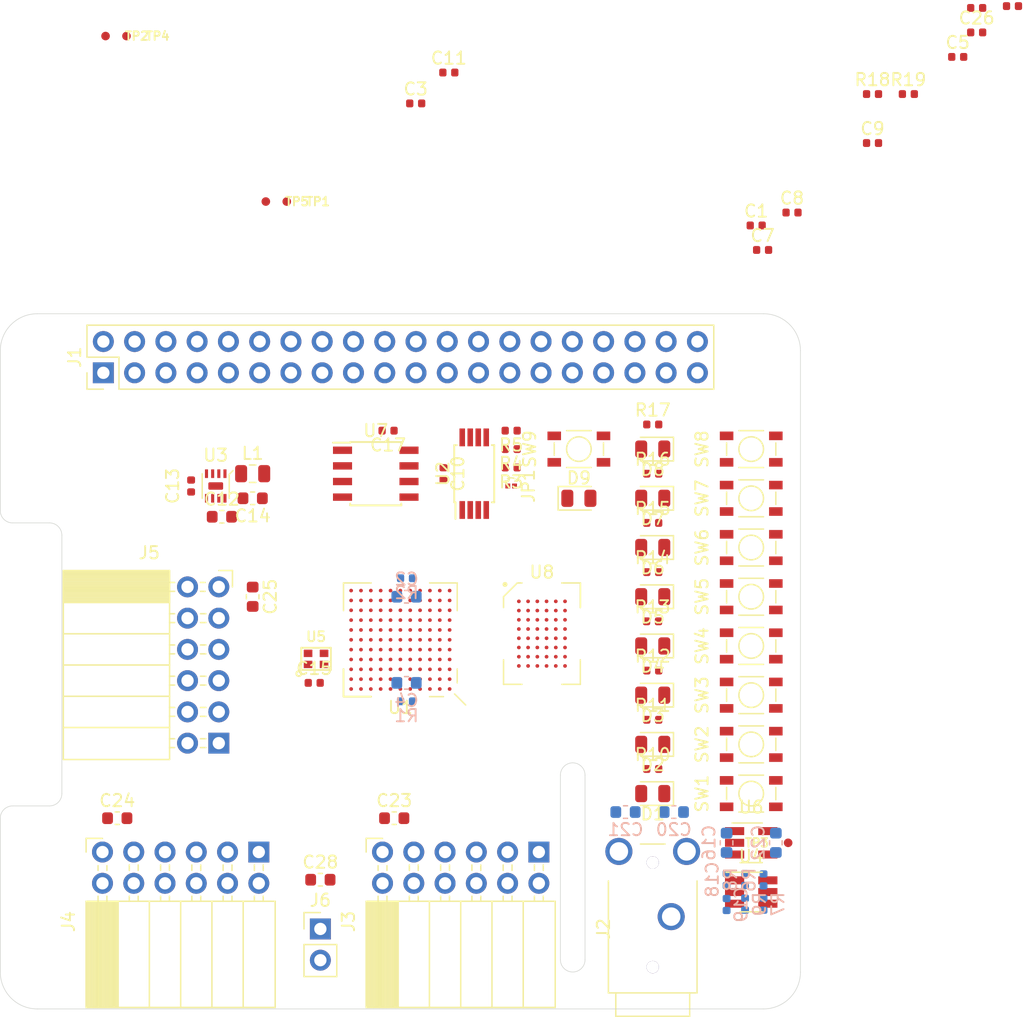
<source format=kicad_pcb>
(kicad_pcb (version 20171130) (host pcbnew 5.1.2+dfsg1-1)
  (layers (0 F.Cu signal) (1 In1.Cu power) (2 In2.Cu power) (31 B.Cu signal) (34 B.Paste user) (35 F.Paste user) (36 B.SilkS user hide) (37 F.SilkS user hide) (38 B.Mask user) (39 F.Mask user) (44 Edge.Cuts user))
  (net 0 "")
  (net 1 GND)
  (net 2 +1V2)
  (net 3 "Net-(C2-Pad2)")
  (net 4 "Net-(C2-Pad1)")
  (net 5 "Net-(C4-Pad2)")
  (net 6 "Net-(C4-Pad1)")
  (net 7 +3V3)
  (net 8 +5V)
  (net 9 "Net-(C13-Pad2)")
  (net 10 "Net-(C18-Pad1)")
  (net 11 "Net-(C19-Pad1)")
  (net 12 "Net-(C20-Pad1)")
  (net 13 "Net-(C21-Pad1)")
  (net 14 +3.3VDAC)
  (net 15 "Net-(D1-Pad1)")
  (net 16 /LED0)
  (net 17 /LED1)
  (net 18 "Net-(D2-Pad1)")
  (net 19 "Net-(D3-Pad1)")
  (net 20 /LED2)
  (net 21 /LED3)
  (net 22 "Net-(D4-Pad1)")
  (net 23 /LED4)
  (net 24 "Net-(D5-Pad1)")
  (net 25 "Net-(D6-Pad1)")
  (net 26 /LED5)
  (net 27 /LED6)
  (net 28 "Net-(D7-Pad1)")
  (net 29 "Net-(D8-Pad1)")
  (net 30 /LED7)
  (net 31 /GP13_FPGA_CDONE)
  (net 32 "Net-(J1-Pad3)")
  (net 33 "Net-(J1-Pad5)")
  (net 34 "Net-(J1-Pad7)")
  (net 35 /GP14_UART_TXD)
  (net 36 /GP15_UART_RXD)
  (net 37 "Net-(J1-Pad11)")
  (net 38 "Net-(J1-Pad12)")
  (net 39 /GP27_SDIO_DAT3)
  (net 40 /GP22_SDIO_CLK)
  (net 41 /GP23_SDIO_CMD)
  (net 42 /GP24_SDIO_DAT0)
  (net 43 /GP10_SPI_MOSI)
  (net 44 /GP9_SPI_MISO)
  (net 45 /GP25_SDIO_DAT1)
  (net 46 /GP11_SPI_SCK)
  (net 47 /GP8_SPI_~CS)
  (net 48 "Net-(J1-Pad26)")
  (net 49 /ID_SD)
  (net 50 /ID_SC)
  (net 51 "Net-(J1-Pad29)")
  (net 52 "Net-(J1-Pad31)")
  (net 53 /GP12_FPGA_~RST)
  (net 54 "Net-(J1-Pad35)")
  (net 55 "Net-(J1-Pad36)")
  (net 56 /GP26_SDIO_DAT2)
  (net 57 "Net-(J1-Pad38)")
  (net 58 "Net-(J1-Pad40)")
  (net 59 /IO0_0)
  (net 60 /IO0_1)
  (net 61 /IO0_2)
  (net 62 /IO0_3)
  (net 63 /IO0_4)
  (net 64 /IO0_5)
  (net 65 /IO0_6)
  (net 66 /IO0_7)
  (net 67 /IO1_7)
  (net 68 /IO1_6)
  (net 69 /IO1_5)
  (net 70 /IO1_4)
  (net 71 /IO1_3)
  (net 72 /IO1_2)
  (net 73 /IO1_1)
  (net 74 /IO1_0)
  (net 75 /IO2_0)
  (net 76 /IO2_1)
  (net 77 /IO2_2)
  (net 78 /IO2_3)
  (net 79 /IO2_4)
  (net 80 /IO2_5)
  (net 81 /IO2_6)
  (net 82 /IO2_7)
  (net 83 "Net-(JP1-Pad1)")
  (net 84 "Net-(L1-Pad1)")
  (net 85 "Net-(R6-Pad2)")
  (net 86 "Net-(R7-Pad2)")
  (net 87 /SW0)
  (net 88 /SW1)
  (net 89 /SW2)
  (net 90 /SW3)
  (net 91 /SW4)
  (net 92 /SW5)
  (net 93 /SW6)
  (net 94 /SW7)
  (net 95 /SRAM_DQ0)
  (net 96 /SRAM_DQ5)
  (net 97 /SRAM_DQ7)
  (net 98 /SRAM_DQ6)
  (net 99 /SRAM_DQ12)
  (net 100 /SRAM_A9)
  (net 101 /SRAM_A2)
  (net 102 /SRAM_A4)
  (net 103 /SRAM_A5)
  (net 104 /SRAM_A10)
  (net 105 /SRAM_DQ1)
  (net 106 /SRAM_DQ4)
  (net 107 /SRAM_DQ8)
  (net 108 /SRAM_DQ10)
  (net 109 /SRAM_DQ13)
  (net 110 /SRAM_DQ15)
  (net 111 /SRAM_A3)
  (net 112 /SRAM_A7)
  (net 113 /SRAM_A6)
  (net 114 /SRAM_A12)
  (net 115 /SRAM_DQ3)
  (net 116 /SRAM_DQ9)
  (net 117 /SRAM_DQ11)
  (net 118 /SRAM_A8)
  (net 119 /SRAM_A0)
  (net 120 /SRAM_A1)
  (net 121 /SRAM_A11)
  (net 122 /SRAM_A13)
  (net 123 /SRAM_A15)
  (net 124 /SRAM_DQ2)
  (net 125 /SRAM_DQ14)
  (net 126 /SRAM_A14)
  (net 127 /SRAM_A17)
  (net 128 /SRAM_A16)
  (net 129 /SRAM_~WE)
  (net 130 /SRAM_~OE)
  (net 131 /SRAM_~LB)
  (net 132 /SRAM_~UB)
  (net 133 /AUDIO_R_PWM)
  (net 134 "Net-(U1-PadB10)")
  (net 135 /CLK_OSC)
  (net 136 /AUDIO_L_PWM)
  (module fpga_hat:MOUNTHOLE_M2.5 (layer F.Cu) (at 161.5 83.5)
    (fp_text reference REF** hide)
    (fp_text value MOUNTHOLE_M2.5 hide)
    (pad "" np_thru_hole circle (at 0 0) (size 2.75 2.75) (drill 2.75) (layers *.Cu *.Mask) (thermal_gap 1.9))
  )
  (module fpga_hat:MOUNTHOLE_M2.5 (layer F.Cu) (at 161.5 133)
    (fp_text reference REF** hide)
    (fp_text value MOUNTHOLE_M2.5 hide)
    (pad "" np_thru_hole circle (at 0 0) (size 2.75 2.75) (drill 2.75) (layers *.Cu *.Mask) (thermal_gap 1.9))
  )
  (module fpga_hat:MOUNTHOLE_M2.5 (layer F.Cu) (at 103.5 133)
    (fp_text reference REF** hide)
    (fp_text value MOUNTHOLE_M2.5 hide)
    (pad "" np_thru_hole circle (at 0 0) (size 2.75 2.75) (drill 2.75) (layers *.Cu *.Mask) (thermal_gap 1.9))
  )
  (module fpga_hat:MOUNTHOLE_M2.5 (layer F.Cu) (at 103.5 83.5)
    (fp_text reference REF** hide)
    (fp_text value MOUNTHOLE_M2.5 hide)
    (pad "" np_thru_hole circle (at 0 0) (size 2.75 2.75) (drill 2.75) (layers *.Cu *.Mask) (thermal_gap 1.9))
  )
  (module Capacitor_SMD:C_0402_1005Metric (layer F.Cu) (at 161.405001 72.825001)
    (fp_text reference C1 (at 0 -1.17) (layer F.SilkS))
    (fp_text value 100n)
    (pad 2 smd roundrect (at 0.485 0) (size 0.59 0.64) (layers F.Cu F.Paste F.Mask) (net 1 GND))
    (pad 1 smd roundrect (at -0.485 0) (size 0.59 0.64) (layers F.Cu F.Paste F.Mask) (net 2 +1V2))
  )
  (module Capacitor_SMD:C_0603_1608Metric (layer B.Cu) (at 133 103 180)
    (fp_text reference C2 (at 0 1.43) (layer B.SilkS) (effects (justify mirror)))
    (fp_text value 4u7)
    (pad 2 smd roundrect (at 0.7875 0 180) (size 0.875 0.95) (layers B.Cu B.Paste B.Mask) (net 3 "Net-(C2-Pad2)"))
    (pad 1 smd roundrect (at -0.7875 0 180) (size 0.875 0.95) (layers B.Cu B.Paste B.Mask) (net 4 "Net-(C2-Pad1)"))
  )
  (module Capacitor_SMD:C_0402_1005Metric (layer F.Cu) (at 133.745001 62.905001)
    (fp_text reference C3 (at 0 -1.17) (layer F.SilkS))
    (fp_text value 100n)
    (pad 1 smd roundrect (at -0.485 0) (size 0.59 0.64) (layers F.Cu F.Paste F.Mask) (net 2 +1V2))
    (pad 2 smd roundrect (at 0.485 0) (size 0.59 0.64) (layers F.Cu F.Paste F.Mask) (net 1 GND))
  )
  (module Capacitor_SMD:C_0603_1608Metric (layer B.Cu) (at 133 110)
    (fp_text reference C4 (at 0 1.43) (layer B.SilkS) (effects (justify mirror)))
    (fp_text value 4u7)
    (pad 1 smd roundrect (at -0.7875 0) (size 0.875 0.95) (layers B.Cu B.Paste B.Mask) (net 6 "Net-(C4-Pad1)"))
    (pad 2 smd roundrect (at 0.7875 0) (size 0.875 0.95) (layers B.Cu B.Paste B.Mask) (net 5 "Net-(C4-Pad2)"))
  )
  (module Capacitor_SMD:C_0402_1005Metric (layer F.Cu) (at 177.775001 59.125001)
    (fp_text reference C5 (at 0 -1.17) (layer F.SilkS))
    (fp_text value 100n)
    (pad 1 smd roundrect (at -0.485 0) (size 0.59 0.64) (layers F.Cu F.Paste F.Mask) (net 2 +1V2))
    (pad 2 smd roundrect (at 0.485 0) (size 0.59 0.64) (layers F.Cu F.Paste F.Mask) (net 1 GND))
  )
  (module Capacitor_SMD:C_0402_1005Metric (layer F.Cu) (at 182.225001 54.995001)
    (fp_text reference C6 (at 0 -1.17) (layer F.SilkS))
    (fp_text value 100n)
    (pad 2 smd roundrect (at 0.485 0) (size 0.59 0.64) (layers F.Cu F.Paste F.Mask) (net 1 GND))
    (pad 1 smd roundrect (at -0.485 0) (size 0.59 0.64) (layers F.Cu F.Paste F.Mask) (net 2 +1V2))
  )
  (module Capacitor_SMD:C_0402_1005Metric (layer F.Cu) (at 161.925001 74.815001)
    (fp_text reference C7 (at 0 -1.17) (layer F.SilkS))
    (fp_text value 100n)
    (pad 2 smd roundrect (at 0.485 0) (size 0.59 0.64) (layers F.Cu F.Paste F.Mask) (net 1 GND))
    (pad 1 smd roundrect (at -0.485 0) (size 0.59 0.64) (layers F.Cu F.Paste F.Mask) (net 7 +3V3))
  )
  (module Capacitor_SMD:C_0402_1005Metric (layer F.Cu) (at 164.315001 71.775001)
    (fp_text reference C8 (at 0 -1.17) (layer F.SilkS))
    (fp_text value 100n)
    (pad 2 smd roundrect (at 0.485 0) (size 0.59 0.64) (layers F.Cu F.Paste F.Mask) (net 1 GND))
    (pad 1 smd roundrect (at -0.485 0) (size 0.59 0.64) (layers F.Cu F.Paste F.Mask) (net 7 +3V3))
  )
  (module Capacitor_SMD:C_0402_1005Metric (layer F.Cu) (at 170.855001 66.125001)
    (fp_text reference C9 (at 0 -1.17) (layer F.SilkS))
    (fp_text value 100n)
    (pad 2 smd roundrect (at 0.485 0) (size 0.59 0.64) (layers F.Cu F.Paste F.Mask) (net 1 GND))
    (pad 1 smd roundrect (at -0.485 0) (size 0.59 0.64) (layers F.Cu F.Paste F.Mask) (net 7 +3V3))
  )
  (module Capacitor_SMD:C_0402_1005Metric (layer F.Cu) (at 136 93 270)
    (fp_text reference C10 (at 0 -1.17 90) (layer F.SilkS))
    (fp_text value 100n)
    (pad 2 smd roundrect (at 0.485 0 270) (size 0.59 0.64) (layers F.Cu F.Paste F.Mask) (net 1 GND))
    (pad 1 smd roundrect (at -0.485 0 270) (size 0.59 0.64) (layers F.Cu F.Paste F.Mask) (net 7 +3V3))
  )
  (module Capacitor_SMD:C_0402_1005Metric (layer F.Cu) (at 136.435001 60.395001)
    (fp_text reference C11 (at 0 -1.17) (layer F.SilkS))
    (fp_text value 100n)
    (pad 1 smd roundrect (at -0.485 0) (size 0.59 0.64) (layers F.Cu F.Paste F.Mask) (net 7 +3V3))
    (pad 2 smd roundrect (at 0.485 0) (size 0.59 0.64) (layers F.Cu F.Paste F.Mask) (net 1 GND))
  )
  (module Capacitor_SMD:C_0603_1608Metric (layer F.Cu) (at 118 96.5)
    (fp_text reference C12 (at 0 -1.43) (layer F.SilkS))
    (fp_text value 4u7)
    (pad 2 smd roundrect (at 0.7875 0) (size 0.875 0.95) (layers F.Cu F.Paste F.Mask) (net 1 GND))
    (pad 1 smd roundrect (at -0.7875 0) (size 0.875 0.95) (layers F.Cu F.Paste F.Mask) (net 8 +5V))
  )
  (module Capacitor_SMD:C_0402_1005Metric (layer F.Cu) (at 115.5 94 270)
    (fp_text reference C13 (at 0 1.5 90) (layer F.SilkS))
    (fp_text value 560p)
    (pad 1 smd roundrect (at -0.485 0 270) (size 0.59 0.64) (layers F.Cu F.Paste F.Mask) (net 2 +1V2))
    (pad 2 smd roundrect (at 0.485 0 270) (size 0.59 0.64) (layers F.Cu F.Paste F.Mask) (net 9 "Net-(C13-Pad2)"))
  )
  (module Capacitor_SMD:C_0603_1608Metric (layer F.Cu) (at 120.5 95 180)
    (fp_text reference C14 (at 0 -1.43) (layer F.SilkS))
    (fp_text value 4u7)
    (pad 2 smd roundrect (at 0.7875 0 180) (size 0.875 0.95) (layers F.Cu F.Paste F.Mask) (net 1 GND))
    (pad 1 smd roundrect (at -0.7875 0 180) (size 0.875 0.95) (layers F.Cu F.Paste F.Mask) (net 2 +1V2))
  )
  (module Capacitor_SMD:C_0402_1005Metric (layer F.Cu) (at 125.5 110)
    (fp_text reference C15 (at 0 -1.17) (layer F.SilkS))
    (fp_text value 100n)
    (pad 2 smd roundrect (at 0.485 0) (size 0.59 0.64) (layers F.Cu F.Paste F.Mask) (net 1 GND))
    (pad 1 smd roundrect (at -0.485 0) (size 0.59 0.64) (layers F.Cu F.Paste F.Mask) (net 7 +3V3))
  )
  (module Capacitor_SMD:C_0603_1608Metric (layer B.Cu) (at 159 123 270)
    (fp_text reference C16 (at 0 1.43 90) (layer B.SilkS) (effects (justify mirror)))
    (fp_text value 1u)
    (pad 1 smd roundrect (at -0.7875 0 270) (size 0.875 0.95) (layers B.Cu B.Paste B.Mask) (net 8 +5V))
    (pad 2 smd roundrect (at 0.7875 0 270) (size 0.875 0.95) (layers B.Cu B.Paste B.Mask) (net 1 GND))
  )
  (module Capacitor_SMD:C_0402_1005Metric (layer F.Cu) (at 131.5 89.5 180)
    (fp_text reference C17 (at 0 -1.17) (layer F.SilkS))
    (fp_text value 100n)
    (pad 1 smd roundrect (at -0.485 0 180) (size 0.59 0.64) (layers F.Cu F.Paste F.Mask) (net 7 +3V3))
    (pad 2 smd roundrect (at 0.485 0 180) (size 0.59 0.64) (layers F.Cu F.Paste F.Mask) (net 1 GND))
  )
  (module Capacitor_SMD:C_0402_1005Metric (layer B.Cu) (at 159 125.985 270)
    (fp_text reference C18 (at 0 1.17 90) (layer B.SilkS) (effects (justify mirror)))
    (fp_text value 100n)
    (pad 1 smd roundrect (at -0.485 0 270) (size 0.59 0.64) (layers B.Cu B.Paste B.Mask) (net 10 "Net-(C18-Pad1)"))
    (pad 2 smd roundrect (at 0.485 0 270) (size 0.59 0.64) (layers B.Cu B.Paste B.Mask) (net 1 GND))
  )
  (module Capacitor_SMD:C_0402_1005Metric (layer B.Cu) (at 159 128.015 90)
    (fp_text reference C19 (at 0 1.17 90) (layer B.SilkS) (effects (justify mirror)))
    (fp_text value 100n)
    (pad 1 smd roundrect (at -0.485 0 90) (size 0.59 0.64) (layers B.Cu B.Paste B.Mask) (net 11 "Net-(C19-Pad1)"))
    (pad 2 smd roundrect (at 0.485 0 90) (size 0.59 0.64) (layers B.Cu B.Paste B.Mask) (net 1 GND))
  )
  (module Capacitor_SMD:C_0603_1608Metric (layer B.Cu) (at 154.7125 120.5)
    (fp_text reference C20 (at 0 1.43) (layer B.SilkS) (effects (justify mirror)))
    (fp_text value 4u7)
    (pad 1 smd roundrect (at -0.7875 0) (size 0.875 0.95) (layers B.Cu B.Paste B.Mask) (net 12 "Net-(C20-Pad1)"))
    (pad 2 smd roundrect (at 0.7875 0) (size 0.875 0.95) (layers B.Cu B.Paste B.Mask) (net 10 "Net-(C18-Pad1)"))
  )
  (module Capacitor_SMD:C_0603_1608Metric (layer B.Cu) (at 150.7875 120.5)
    (fp_text reference C21 (at 0 1.43) (layer B.SilkS) (effects (justify mirror)))
    (fp_text value 4u7)
    (pad 1 smd roundrect (at -0.7875 0) (size 0.875 0.95) (layers B.Cu B.Paste B.Mask) (net 13 "Net-(C21-Pad1)"))
    (pad 2 smd roundrect (at 0.7875 0) (size 0.875 0.95) (layers B.Cu B.Paste B.Mask) (net 11 "Net-(C19-Pad1)"))
  )
  (module Capacitor_SMD:C_0603_1608Metric (layer B.Cu) (at 163 123 270)
    (fp_text reference C22 (at 0 1.43 90) (layer B.SilkS) (effects (justify mirror)))
    (fp_text value 1u)
    (pad 2 smd roundrect (at 0.7875 0 270) (size 0.875 0.95) (layers B.Cu B.Paste B.Mask) (net 1 GND))
    (pad 1 smd roundrect (at -0.7875 0 270) (size 0.875 0.95) (layers B.Cu B.Paste B.Mask) (net 14 +3.3VDAC))
  )
  (module Capacitor_SMD:C_0603_1608Metric (layer F.Cu) (at 132 121)
    (fp_text reference C23 (at 0 -1.43) (layer F.SilkS))
    (fp_text value 1u)
    (pad 2 smd roundrect (at 0.7875 0) (size 0.875 0.95) (layers F.Cu F.Paste F.Mask) (net 1 GND))
    (pad 1 smd roundrect (at -0.7875 0) (size 0.875 0.95) (layers F.Cu F.Paste F.Mask) (net 7 +3V3))
  )
  (module Capacitor_SMD:C_0603_1608Metric (layer F.Cu) (at 109.5 121)
    (fp_text reference C24 (at 0 -1.43) (layer F.SilkS))
    (fp_text value 1u)
    (pad 1 smd roundrect (at -0.7875 0) (size 0.875 0.95) (layers F.Cu F.Paste F.Mask) (net 7 +3V3))
    (pad 2 smd roundrect (at 0.7875 0) (size 0.875 0.95) (layers F.Cu F.Paste F.Mask) (net 1 GND))
  )
  (module Capacitor_SMD:C_0603_1608Metric (layer F.Cu) (at 120.5 103 270)
    (fp_text reference C25 (at 0 -1.43 90) (layer F.SilkS))
    (fp_text value 1u)
    (pad 2 smd roundrect (at 0.7875 0 270) (size 0.875 0.95) (layers F.Cu F.Paste F.Mask) (net 1 GND))
    (pad 1 smd roundrect (at -0.7875 0 270) (size 0.875 0.95) (layers F.Cu F.Paste F.Mask) (net 7 +3V3))
  )
  (module Capacitor_SMD:C_0402_1005Metric (layer F.Cu) (at 179.315001 57.135001)
    (fp_text reference C26 (at 0 -1.17) (layer F.SilkS))
    (fp_text value 100n)
    (pad 1 smd roundrect (at -0.485 0) (size 0.59 0.64) (layers F.Cu F.Paste F.Mask) (net 7 +3V3))
    (pad 2 smd roundrect (at 0.485 0) (size 0.59 0.64) (layers F.Cu F.Paste F.Mask) (net 1 GND))
  )
  (module Capacitor_SMD:C_0402_1005Metric (layer F.Cu) (at 179.315001 55.145001)
    (fp_text reference C27 (at 0 -1.17) (layer F.SilkS))
    (fp_text value 100n)
    (pad 2 smd roundrect (at 0.485 0) (size 0.59 0.64) (layers F.Cu F.Paste F.Mask) (net 1 GND))
    (pad 1 smd roundrect (at -0.485 0) (size 0.59 0.64) (layers F.Cu F.Paste F.Mask) (net 7 +3V3))
  )
  (module Capacitor_SMD:C_0603_1608Metric (layer F.Cu) (at 126 126)
    (fp_text reference C28 (at 0 -1.43) (layer F.SilkS))
    (fp_text value 1u)
    (pad 1 smd roundrect (at -0.7875 0) (size 0.875 0.95) (layers F.Cu F.Paste F.Mask) (net 8 +5V))
    (pad 2 smd roundrect (at 0.7875 0) (size 0.875 0.95) (layers F.Cu F.Paste F.Mask) (net 1 GND))
  )
  (module LED_SMD:LED_0805_2012Metric (layer F.Cu) (at 153 119 180)
    (fp_text reference D1 (at 0 -1.65) (layer F.SilkS))
    (fp_text value LED)
    (pad 1 smd roundrect (at -0.9375 0 180) (size 0.975 1.4) (layers F.Cu F.Paste F.Mask) (net 15 "Net-(D1-Pad1)"))
    (pad 2 smd roundrect (at 0.9375 0 180) (size 0.975 1.4) (layers F.Cu F.Paste F.Mask) (net 16 /LED0))
  )
  (module LED_SMD:LED_0805_2012Metric (layer F.Cu) (at 153 115 180)
    (fp_text reference D2 (at 0 -1.65) (layer F.SilkS))
    (fp_text value LED)
    (pad 1 smd roundrect (at -0.9375 0 180) (size 0.975 1.4) (layers F.Cu F.Paste F.Mask) (net 18 "Net-(D2-Pad1)"))
    (pad 2 smd roundrect (at 0.9375 0 180) (size 0.975 1.4) (layers F.Cu F.Paste F.Mask) (net 17 /LED1))
  )
  (module LED_SMD:LED_0805_2012Metric (layer F.Cu) (at 153 111 180)
    (fp_text reference D3 (at 0 -1.65) (layer F.SilkS))
    (fp_text value LED)
    (pad 2 smd roundrect (at 0.9375 0 180) (size 0.975 1.4) (layers F.Cu F.Paste F.Mask) (net 20 /LED2))
    (pad 1 smd roundrect (at -0.9375 0 180) (size 0.975 1.4) (layers F.Cu F.Paste F.Mask) (net 19 "Net-(D3-Pad1)"))
  )
  (module LED_SMD:LED_0805_2012Metric (layer F.Cu) (at 153 107 180)
    (fp_text reference D4 (at 0 -1.65) (layer F.SilkS))
    (fp_text value LED)
    (pad 1 smd roundrect (at -0.9375 0 180) (size 0.975 1.4) (layers F.Cu F.Paste F.Mask) (net 22 "Net-(D4-Pad1)"))
    (pad 2 smd roundrect (at 0.9375 0 180) (size 0.975 1.4) (layers F.Cu F.Paste F.Mask) (net 21 /LED3))
  )
  (module LED_SMD:LED_0805_2012Metric (layer F.Cu) (at 153 103 180)
    (fp_text reference D5 (at 0 -1.65) (layer F.SilkS))
    (fp_text value LED)
    (pad 2 smd roundrect (at 0.9375 0 180) (size 0.975 1.4) (layers F.Cu F.Paste F.Mask) (net 23 /LED4))
    (pad 1 smd roundrect (at -0.9375 0 180) (size 0.975 1.4) (layers F.Cu F.Paste F.Mask) (net 24 "Net-(D5-Pad1)"))
  )
  (module LED_SMD:LED_0805_2012Metric (layer F.Cu) (at 153 99 180)
    (fp_text reference D6 (at 0 -1.65) (layer F.SilkS))
    (fp_text value LED)
    (pad 1 smd roundrect (at -0.9375 0 180) (size 0.975 1.4) (layers F.Cu F.Paste F.Mask) (net 25 "Net-(D6-Pad1)"))
    (pad 2 smd roundrect (at 0.9375 0 180) (size 0.975 1.4) (layers F.Cu F.Paste F.Mask) (net 26 /LED5))
  )
  (module LED_SMD:LED_0805_2012Metric (layer F.Cu) (at 153 95 180)
    (fp_text reference D7 (at 0 -1.65) (layer F.SilkS))
    (fp_text value LED)
    (pad 2 smd roundrect (at 0.9375 0 180) (size 0.975 1.4) (layers F.Cu F.Paste F.Mask) (net 27 /LED6))
    (pad 1 smd roundrect (at -0.9375 0 180) (size 0.975 1.4) (layers F.Cu F.Paste F.Mask) (net 28 "Net-(D7-Pad1)"))
  )
  (module LED_SMD:LED_0805_2012Metric (layer F.Cu) (at 153 91 180)
    (fp_text reference D8 (at 0 -1.65) (layer F.SilkS))
    (fp_text value LED)
    (pad 1 smd roundrect (at -0.9375 0 180) (size 0.975 1.4) (layers F.Cu F.Paste F.Mask) (net 29 "Net-(D8-Pad1)"))
    (pad 2 smd roundrect (at 0.9375 0 180) (size 0.975 1.4) (layers F.Cu F.Paste F.Mask) (net 30 /LED7))
  )
  (module LED_SMD:LED_0805_2012Metric (layer F.Cu) (at 147 95)
    (fp_text reference D9 (at 0 -1.65) (layer F.SilkS))
    (fp_text value LED)
    (pad 2 smd roundrect (at 0.9375 0) (size 0.975 1.4) (layers F.Cu F.Paste F.Mask) (net 31 /GP13_FPGA_CDONE))
    (pad 1 smd roundrect (at -0.9375 0) (size 0.975 1.4) (layers F.Cu F.Paste F.Mask) (net 1 GND))
  )
  (module Connector_PinHeader_2.54mm:PinHeader_2x20_P2.54mm_Vertical (layer F.Cu) (at 108.37 84.8 90)
    (fp_text reference J1 (at 1.27 -2.33 90) (layer F.SilkS))
    (fp_text value 2x20)
    (pad 1 thru_hole rect (at 0 0 90) (size 1.7 1.7) (drill 1) (layers *.Cu *.Mask) (net 7 +3V3))
    (pad 2 thru_hole oval (at 2.54 0 90) (size 1.7 1.7) (drill 1) (layers *.Cu *.Mask) (net 8 +5V))
    (pad 3 thru_hole oval (at 0 2.54 90) (size 1.7 1.7) (drill 1) (layers *.Cu *.Mask) (net 32 "Net-(J1-Pad3)"))
    (pad 4 thru_hole oval (at 2.54 2.54 90) (size 1.7 1.7) (drill 1) (layers *.Cu *.Mask) (net 8 +5V))
    (pad 5 thru_hole oval (at 0 5.08 90) (size 1.7 1.7) (drill 1) (layers *.Cu *.Mask) (net 33 "Net-(J1-Pad5)"))
    (pad 6 thru_hole oval (at 2.54 5.08 90) (size 1.7 1.7) (drill 1) (layers *.Cu *.Mask) (net 1 GND))
    (pad 7 thru_hole oval (at 0 7.62 90) (size 1.7 1.7) (drill 1) (layers *.Cu *.Mask) (net 34 "Net-(J1-Pad7)"))
    (pad 8 thru_hole oval (at 2.54 7.62 90) (size 1.7 1.7) (drill 1) (layers *.Cu *.Mask) (net 35 /GP14_UART_TXD))
    (pad 9 thru_hole oval (at 0 10.16 90) (size 1.7 1.7) (drill 1) (layers *.Cu *.Mask) (net 1 GND))
    (pad 10 thru_hole oval (at 2.54 10.16 90) (size 1.7 1.7) (drill 1) (layers *.Cu *.Mask) (net 36 /GP15_UART_RXD))
    (pad 11 thru_hole oval (at 0 12.7 90) (size 1.7 1.7) (drill 1) (layers *.Cu *.Mask) (net 37 "Net-(J1-Pad11)"))
    (pad 12 thru_hole oval (at 2.54 12.7 90) (size 1.7 1.7) (drill 1) (layers *.Cu *.Mask) (net 38 "Net-(J1-Pad12)"))
    (pad 13 thru_hole oval (at 0 15.24 90) (size 1.7 1.7) (drill 1) (layers *.Cu *.Mask) (net 39 /GP27_SDIO_DAT3))
    (pad 14 thru_hole oval (at 2.54 15.24 90) (size 1.7 1.7) (drill 1) (layers *.Cu *.Mask) (net 1 GND))
    (pad 15 thru_hole oval (at 0 17.78 90) (size 1.7 1.7) (drill 1) (layers *.Cu *.Mask) (net 40 /GP22_SDIO_CLK))
    (pad 16 thru_hole oval (at 2.54 17.78 90) (size 1.7 1.7) (drill 1) (layers *.Cu *.Mask) (net 41 /GP23_SDIO_CMD))
    (pad 17 thru_hole oval (at 0 20.32 90) (size 1.7 1.7) (drill 1) (layers *.Cu *.Mask) (net 7 +3V3))
    (pad 18 thru_hole oval (at 2.54 20.32 90) (size 1.7 1.7) (drill 1) (layers *.Cu *.Mask) (net 42 /GP24_SDIO_DAT0))
    (pad 19 thru_hole oval (at 0 22.86 90) (size 1.7 1.7) (drill 1) (layers *.Cu *.Mask) (net 43 /GP10_SPI_MOSI))
    (pad 20 thru_hole oval (at 2.54 22.86 90) (size 1.7 1.7) (drill 1) (layers *.Cu *.Mask) (net 1 GND))
    (pad 21 thru_hole oval (at 0 25.4 90) (size 1.7 1.7) (drill 1) (layers *.Cu *.Mask) (net 44 /GP9_SPI_MISO))
    (pad 22 thru_hole oval (at 2.54 25.4 90) (size 1.7 1.7) (drill 1) (layers *.Cu *.Mask) (net 45 /GP25_SDIO_DAT1))
    (pad 23 thru_hole oval (at 0 27.94 90) (size 1.7 1.7) (drill 1) (layers *.Cu *.Mask) (net 46 /GP11_SPI_SCK))
    (pad 24 thru_hole oval (at 2.54 27.94 90) (size 1.7 1.7) (drill 1) (layers *.Cu *.Mask) (net 47 /GP8_SPI_~CS))
    (pad 25 thru_hole oval (at 0 30.48 90) (size 1.7 1.7) (drill 1) (layers *.Cu *.Mask) (net 1 GND))
    (pad 26 thru_hole oval (at 2.54 30.48 90) (size 1.7 1.7) (drill 1) (layers *.Cu *.Mask) (net 48 "Net-(J1-Pad26)"))
    (pad 27 thru_hole oval (at 0 33.02 90) (size 1.7 1.7) (drill 1) (layers *.Cu *.Mask) (net 49 /ID_SD))
    (pad 28 thru_hole oval (at 2.54 33.02 90) (size 1.7 1.7) (drill 1) (layers *.Cu *.Mask) (net 50 /ID_SC))
    (pad 29 thru_hole oval (at 0 35.56 90) (size 1.7 1.7) (drill 1) (layers *.Cu *.Mask) (net 51 "Net-(J1-Pad29)"))
    (pad 30 thru_hole oval (at 2.54 35.56 90) (size 1.7 1.7) (drill 1) (layers *.Cu *.Mask) (net 1 GND))
    (pad 31 thru_hole oval (at 0 38.1 90) (size 1.7 1.7) (drill 1) (layers *.Cu *.Mask) (net 52 "Net-(J1-Pad31)"))
    (pad 32 thru_hole oval (at 2.54 38.1 90) (size 1.7 1.7) (drill 1) (layers *.Cu *.Mask) (net 53 /GP12_FPGA_~RST))
    (pad 33 thru_hole oval (at 0 40.64 90) (size 1.7 1.7) (drill 1) (layers *.Cu *.Mask) (net 31 /GP13_FPGA_CDONE))
    (pad 34 thru_hole oval (at 2.54 40.64 90) (size 1.7 1.7) (drill 1) (layers *.Cu *.Mask) (net 1 GND))
    (pad 35 thru_hole oval (at 0 43.18 90) (size 1.7 1.7) (drill 1) (layers *.Cu *.Mask) (net 54 "Net-(J1-Pad35)"))
    (pad 36 thru_hole oval (at 2.54 43.18 90) (size 1.7 1.7) (drill 1) (layers *.Cu *.Mask) (net 55 "Net-(J1-Pad36)"))
    (pad 37 thru_hole oval (at 0 45.72 90) (size 1.7 1.7) (drill 1) (layers *.Cu *.Mask) (net 56 /GP26_SDIO_DAT2))
    (pad 38 thru_hole oval (at 2.54 45.72 90) (size 1.7 1.7) (drill 1) (layers *.Cu *.Mask) (net 57 "Net-(J1-Pad38)"))
    (pad 39 thru_hole oval (at 0 48.26 90) (size 1.7 1.7) (drill 1) (layers *.Cu *.Mask) (net 1 GND))
    (pad 40 thru_hole oval (at 2.54 48.26 90) (size 1.7 1.7) (drill 1) (layers *.Cu *.Mask) (net 58 "Net-(J1-Pad40)"))
  )
  (module fpga_hat:STX-3000_TRS_3.5mm (layer F.Cu) (at 153 129 90)
    (fp_text reference J2 (at -1 -4 90) (layer F.SilkS))
    (fp_text value AudioJack3)
    (pad ~ thru_hole circle (at -4.1 0 90) (size 1 1) (drill 1) (layers *.Cu *.Mask))
    (pad ~ thru_hole circle (at 4.4 0 90) (size 1 1) (drill 1) (layers *.Cu *.Mask))
    (pad S thru_hole circle (at 0 1.5 90) (size 2.2 2.2) (drill 1.5) (layers *.Cu *.Mask) (net 1 GND))
    (pad R thru_hole circle (at 5.3 -2.75 90) (size 2.2 2.2) (drill 1.5) (layers *.Cu *.Mask) (net 13 "Net-(C21-Pad1)"))
    (pad T thru_hole circle (at 5.3 2.75 90) (size 2.2 2.2) (drill 1.5) (layers *.Cu *.Mask) (net 12 "Net-(C20-Pad1)"))
  )
  (module fpga_hat:PinSocket_2x06_P2.54mm_Horizontal (layer F.Cu) (at 143.75 123.75 90)
    (fp_text reference J3 (at -5.65 -15.47 90) (layer F.SilkS))
    (fp_text value Conn_02x06_Top_Bottom)
    (pad 6 thru_hole circle (at 0 -12.7 90) (size 1.7 1.7) (drill 1) (layers *.Cu *.Mask) (net 7 +3V3))
    (pad 12 thru_hole oval (at -2.54 -12.7 90) (size 1.7 1.7) (drill 1) (layers *.Cu *.Mask) (net 7 +3V3))
    (pad 5 thru_hole oval (at 0 -10.16 90) (size 1.7 1.7) (drill 1) (layers *.Cu *.Mask) (net 1 GND))
    (pad 11 thru_hole oval (at -2.54 -10.16 90) (size 1.7 1.7) (drill 1) (layers *.Cu *.Mask) (net 1 GND))
    (pad 4 thru_hole oval (at 0 -7.62 90) (size 1.7 1.7) (drill 1) (layers *.Cu *.Mask) (net 62 /IO0_3))
    (pad 10 thru_hole oval (at -2.54 -7.62 90) (size 1.7 1.7) (drill 1) (layers *.Cu *.Mask) (net 66 /IO0_7))
    (pad 3 thru_hole oval (at 0 -5.08 90) (size 1.7 1.7) (drill 1) (layers *.Cu *.Mask) (net 61 /IO0_2))
    (pad 9 thru_hole oval (at -2.54 -5.08 90) (size 1.7 1.7) (drill 1) (layers *.Cu *.Mask) (net 65 /IO0_6))
    (pad 2 thru_hole oval (at 0 -2.54 90) (size 1.7 1.7) (drill 1) (layers *.Cu *.Mask) (net 60 /IO0_1))
    (pad 8 thru_hole oval (at -2.54 -2.54 90) (size 1.7 1.7) (drill 1) (layers *.Cu *.Mask) (net 64 /IO0_5))
    (pad 1 thru_hole rect (at 0 0 90) (size 1.7 1.7) (drill 1) (layers *.Cu *.Mask) (net 59 /IO0_0))
    (pad 7 thru_hole oval (at -2.54 0 90) (size 1.7 1.7) (drill 1) (layers *.Cu *.Mask) (net 63 /IO0_4))
  )
  (module fpga_hat:PinSocket_2x06_P2.54mm_Horizontal (layer F.Cu) (at 121 123.75 90)
    (fp_text reference J4 (at -5.65 -15.47 90) (layer F.SilkS))
    (fp_text value Conn_02x06_Top_Bottom)
    (pad 7 thru_hole oval (at -2.54 0 90) (size 1.7 1.7) (drill 1) (layers *.Cu *.Mask) (net 70 /IO1_4))
    (pad 1 thru_hole rect (at 0 0 90) (size 1.7 1.7) (drill 1) (layers *.Cu *.Mask) (net 74 /IO1_0))
    (pad 8 thru_hole oval (at -2.54 -2.54 90) (size 1.7 1.7) (drill 1) (layers *.Cu *.Mask) (net 69 /IO1_5))
    (pad 2 thru_hole oval (at 0 -2.54 90) (size 1.7 1.7) (drill 1) (layers *.Cu *.Mask) (net 73 /IO1_1))
    (pad 9 thru_hole oval (at -2.54 -5.08 90) (size 1.7 1.7) (drill 1) (layers *.Cu *.Mask) (net 68 /IO1_6))
    (pad 3 thru_hole oval (at 0 -5.08 90) (size 1.7 1.7) (drill 1) (layers *.Cu *.Mask) (net 72 /IO1_2))
    (pad 10 thru_hole oval (at -2.54 -7.62 90) (size 1.7 1.7) (drill 1) (layers *.Cu *.Mask) (net 67 /IO1_7))
    (pad 4 thru_hole oval (at 0 -7.62 90) (size 1.7 1.7) (drill 1) (layers *.Cu *.Mask) (net 71 /IO1_3))
    (pad 11 thru_hole oval (at -2.54 -10.16 90) (size 1.7 1.7) (drill 1) (layers *.Cu *.Mask) (net 1 GND))
    (pad 5 thru_hole oval (at 0 -10.16 90) (size 1.7 1.7) (drill 1) (layers *.Cu *.Mask) (net 1 GND))
    (pad 12 thru_hole oval (at -2.54 -12.7 90) (size 1.7 1.7) (drill 1) (layers *.Cu *.Mask) (net 7 +3V3))
    (pad 6 thru_hole circle (at 0 -12.7 90) (size 1.7 1.7) (drill 1) (layers *.Cu *.Mask) (net 7 +3V3))
  )
  (module fpga_hat:PinSocket_2x06_P2.54mm_Horizontal (layer F.Cu) (at 117.75 114.9)
    (fp_text reference J5 (at -5.65 -15.47) (layer F.SilkS))
    (fp_text value Conn_02x06_Top_Bottom)
    (pad 6 thru_hole circle (at 0 -12.7) (size 1.7 1.7) (drill 1) (layers *.Cu *.Mask) (net 7 +3V3))
    (pad 12 thru_hole oval (at -2.54 -12.7) (size 1.7 1.7) (drill 1) (layers *.Cu *.Mask) (net 7 +3V3))
    (pad 5 thru_hole oval (at 0 -10.16) (size 1.7 1.7) (drill 1) (layers *.Cu *.Mask) (net 1 GND))
    (pad 11 thru_hole oval (at -2.54 -10.16) (size 1.7 1.7) (drill 1) (layers *.Cu *.Mask) (net 1 GND))
    (pad 4 thru_hole oval (at 0 -7.62) (size 1.7 1.7) (drill 1) (layers *.Cu *.Mask) (net 78 /IO2_3))
    (pad 10 thru_hole oval (at -2.54 -7.62) (size 1.7 1.7) (drill 1) (layers *.Cu *.Mask) (net 82 /IO2_7))
    (pad 3 thru_hole oval (at 0 -5.08) (size 1.7 1.7) (drill 1) (layers *.Cu *.Mask) (net 77 /IO2_2))
    (pad 9 thru_hole oval (at -2.54 -5.08) (size 1.7 1.7) (drill 1) (layers *.Cu *.Mask) (net 81 /IO2_6))
    (pad 2 thru_hole oval (at 0 -2.54) (size 1.7 1.7) (drill 1) (layers *.Cu *.Mask) (net 76 /IO2_1))
    (pad 8 thru_hole oval (at -2.54 -2.54) (size 1.7 1.7) (drill 1) (layers *.Cu *.Mask) (net 80 /IO2_5))
    (pad 1 thru_hole rect (at 0 0) (size 1.7 1.7) (drill 1) (layers *.Cu *.Mask) (net 75 /IO2_0))
    (pad 7 thru_hole oval (at -2.54 0) (size 1.7 1.7) (drill 1) (layers *.Cu *.Mask) (net 79 /IO2_4))
  )
  (module Connector_PinHeader_2.54mm:PinHeader_1x02_P2.54mm_Vertical (layer F.Cu) (at 126 130)
    (fp_text reference J6 (at 0 -2.33) (layer F.SilkS))
    (fp_text value Conn_01x02)
    (pad 1 thru_hole rect (at 0 0) (size 1.7 1.7) (drill 1) (layers *.Cu *.Mask) (net 8 +5V))
    (pad 2 thru_hole oval (at 0 2.54) (size 1.7 1.7) (drill 1) (layers *.Cu *.Mask) (net 1 GND))
  )
  (module fpga_hat:SOLDER_JUMP (layer F.Cu) (at 141.5 94 90)
    (fp_text reference JP1 (at 0 1.4 90) (layer F.SilkS))
    (fp_text value "Solder jumper")
    (pad 1 smd rect (at 0 -0.275 90) (size 0.4 0.4) (layers F.Cu F.Paste F.Mask) (net 83 "Net-(JP1-Pad1)"))
    (pad 2 smd rect (at 0 0.275 90) (size 0.4 0.4) (layers F.Cu F.Paste F.Mask) (net 1 GND))
  )
  (module Inductor_SMD:L_0805_2012Metric (layer F.Cu) (at 120.5 93)
    (fp_text reference L1 (at 0 -1.65) (layer F.SilkS))
    (fp_text value 1u)
    (pad 1 smd roundrect (at -0.9375 0) (size 0.975 1.4) (layers F.Cu F.Paste F.Mask) (net 84 "Net-(L1-Pad1)"))
    (pad 2 smd roundrect (at 0.9375 0) (size 0.975 1.4) (layers F.Cu F.Paste F.Mask) (net 2 +1V2))
  )
  (module Resistor_SMD:R_0402_1005Metric (layer B.Cu) (at 133 111.5)
    (fp_text reference R1 (at 0 1.17) (layer B.SilkS) (effects (justify mirror)))
    (fp_text value 100)
    (pad 1 smd roundrect (at -0.485 0) (size 0.59 0.64) (layers B.Cu B.Paste B.Mask) (net 6 "Net-(C4-Pad1)"))
    (pad 2 smd roundrect (at 0.485 0) (size 0.59 0.64) (layers B.Cu B.Paste B.Mask) (net 2 +1V2))
  )
  (module Resistor_SMD:R_0402_1005Metric (layer B.Cu) (at 133 101.5)
    (fp_text reference R2 (at 0 1.17) (layer B.SilkS) (effects (justify mirror)))
    (fp_text value 100)
    (pad 2 smd roundrect (at 0.485 0) (size 0.59 0.64) (layers B.Cu B.Paste B.Mask) (net 2 +1V2))
    (pad 1 smd roundrect (at -0.485 0) (size 0.59 0.64) (layers B.Cu B.Paste B.Mask) (net 4 "Net-(C2-Pad1)"))
  )
  (module Resistor_SMD:R_0402_1005Metric (layer F.Cu) (at 141.5 92.5 180)
    (fp_text reference R3 (at 0 -1.17) (layer F.SilkS))
    (fp_text value 470)
    (pad 1 smd roundrect (at -0.485 0 180) (size 0.59 0.64) (layers F.Cu F.Paste F.Mask) (net 7 +3V3))
    (pad 2 smd roundrect (at 0.485 0 180) (size 0.59 0.64) (layers F.Cu F.Paste F.Mask) (net 83 "Net-(JP1-Pad1)"))
  )
  (module Resistor_SMD:R_0402_1005Metric (layer F.Cu) (at 141.5 91 180)
    (fp_text reference R4 (at 0 -1.17) (layer F.SilkS))
    (fp_text value 4k7)
    (pad 1 smd roundrect (at -0.485 0 180) (size 0.59 0.64) (layers F.Cu F.Paste F.Mask) (net 7 +3V3))
    (pad 2 smd roundrect (at 0.485 0 180) (size 0.59 0.64) (layers F.Cu F.Paste F.Mask) (net 50 /ID_SC))
  )
  (module Resistor_SMD:R_0402_1005Metric (layer F.Cu) (at 141.5 89.5 180)
    (fp_text reference R5 (at 0 -1.17) (layer F.SilkS))
    (fp_text value 4k7)
    (pad 2 smd roundrect (at 0.485 0 180) (size 0.59 0.64) (layers F.Cu F.Paste F.Mask) (net 50 /ID_SC))
    (pad 1 smd roundrect (at -0.485 0 180) (size 0.59 0.64) (layers F.Cu F.Paste F.Mask) (net 7 +3V3))
  )
  (module Resistor_SMD:R_0402_1005Metric (layer B.Cu) (at 162 126.015 270)
    (fp_text reference R6 (at 0 1.17 90) (layer B.SilkS) (effects (justify mirror)))
    (fp_text value 220)
    (pad 2 smd roundrect (at 0.485 0 270) (size 0.59 0.64) (layers B.Cu B.Paste B.Mask) (net 85 "Net-(R6-Pad2)"))
    (pad 1 smd roundrect (at -0.485 0 270) (size 0.59 0.64) (layers B.Cu B.Paste B.Mask) (net 10 "Net-(C18-Pad1)"))
  )
  (module Resistor_SMD:R_0402_1005Metric (layer B.Cu) (at 162 127.985 90)
    (fp_text reference R7 (at 0 1.17 90) (layer B.SilkS) (effects (justify mirror)))
    (fp_text value 220)
    (pad 2 smd roundrect (at 0.485 0 90) (size 0.59 0.64) (layers B.Cu B.Paste B.Mask) (net 86 "Net-(R7-Pad2)"))
    (pad 1 smd roundrect (at -0.485 0 90) (size 0.59 0.64) (layers B.Cu B.Paste B.Mask) (net 11 "Net-(C19-Pad1)"))
  )
  (module Resistor_SMD:R_0402_1005Metric (layer B.Cu) (at 160.5 125.985 270)
    (fp_text reference R8 (at 0 1.17 90) (layer B.SilkS) (effects (justify mirror)))
    (fp_text value 100)
    (pad 1 smd roundrect (at -0.485 0 270) (size 0.59 0.64) (layers B.Cu B.Paste B.Mask) (net 10 "Net-(C18-Pad1)"))
    (pad 2 smd roundrect (at 0.485 0 270) (size 0.59 0.64) (layers B.Cu B.Paste B.Mask) (net 1 GND))
  )
  (module Resistor_SMD:R_0402_1005Metric (layer B.Cu) (at 160.5 127.985 90)
    (fp_text reference R9 (at 0 1.17 90) (layer B.SilkS) (effects (justify mirror)))
    (fp_text value 100)
    (pad 1 smd roundrect (at -0.485 0 90) (size 0.59 0.64) (layers B.Cu B.Paste B.Mask) (net 11 "Net-(C19-Pad1)"))
    (pad 2 smd roundrect (at 0.485 0 90) (size 0.59 0.64) (layers B.Cu B.Paste B.Mask) (net 1 GND))
  )
  (module Resistor_SMD:R_0402_1005Metric (layer F.Cu) (at 153 117)
    (fp_text reference R10 (at 0 -1.17) (layer F.SilkS))
    (fp_text value 470)
    (pad 1 smd roundrect (at -0.485 0) (size 0.59 0.64) (layers F.Cu F.Paste F.Mask) (net 1 GND))
    (pad 2 smd roundrect (at 0.485 0) (size 0.59 0.64) (layers F.Cu F.Paste F.Mask) (net 15 "Net-(D1-Pad1)"))
  )
  (module Resistor_SMD:R_0402_1005Metric (layer F.Cu) (at 153 113)
    (fp_text reference R11 (at 0 -1.17) (layer F.SilkS))
    (fp_text value 470)
    (pad 1 smd roundrect (at -0.485 0) (size 0.59 0.64) (layers F.Cu F.Paste F.Mask) (net 1 GND))
    (pad 2 smd roundrect (at 0.485 0) (size 0.59 0.64) (layers F.Cu F.Paste F.Mask) (net 18 "Net-(D2-Pad1)"))
  )
  (module Resistor_SMD:R_0402_1005Metric (layer F.Cu) (at 153 109)
    (fp_text reference R12 (at 0 -1.17) (layer F.SilkS))
    (fp_text value 470)
    (pad 2 smd roundrect (at 0.485 0) (size 0.59 0.64) (layers F.Cu F.Paste F.Mask) (net 19 "Net-(D3-Pad1)"))
    (pad 1 smd roundrect (at -0.485 0) (size 0.59 0.64) (layers F.Cu F.Paste F.Mask) (net 1 GND))
  )
  (module Resistor_SMD:R_0402_1005Metric (layer F.Cu) (at 152.985 105)
    (fp_text reference R13 (at 0 -1.17) (layer F.SilkS))
    (fp_text value 470)
    (pad 1 smd roundrect (at -0.485 0) (size 0.59 0.64) (layers F.Cu F.Paste F.Mask) (net 1 GND))
    (pad 2 smd roundrect (at 0.485 0) (size 0.59 0.64) (layers F.Cu F.Paste F.Mask) (net 22 "Net-(D4-Pad1)"))
  )
  (module Resistor_SMD:R_0402_1005Metric (layer F.Cu) (at 153 101)
    (fp_text reference R14 (at 0 -1.17) (layer F.SilkS))
    (fp_text value 470)
    (pad 2 smd roundrect (at 0.485 0) (size 0.59 0.64) (layers F.Cu F.Paste F.Mask) (net 24 "Net-(D5-Pad1)"))
    (pad 1 smd roundrect (at -0.485 0) (size 0.59 0.64) (layers F.Cu F.Paste F.Mask) (net 1 GND))
  )
  (module Resistor_SMD:R_0402_1005Metric (layer F.Cu) (at 153 97)
    (fp_text reference R15 (at 0 -1.17) (layer F.SilkS))
    (fp_text value 470)
    (pad 2 smd roundrect (at 0.485 0) (size 0.59 0.64) (layers F.Cu F.Paste F.Mask) (net 25 "Net-(D6-Pad1)"))
    (pad 1 smd roundrect (at -0.485 0) (size 0.59 0.64) (layers F.Cu F.Paste F.Mask) (net 1 GND))
  )
  (module Resistor_SMD:R_0402_1005Metric (layer F.Cu) (at 153 93)
    (fp_text reference R16 (at 0 -1.17) (layer F.SilkS))
    (fp_text value 470)
    (pad 1 smd roundrect (at -0.485 0) (size 0.59 0.64) (layers F.Cu F.Paste F.Mask) (net 1 GND))
    (pad 2 smd roundrect (at 0.485 0) (size 0.59 0.64) (layers F.Cu F.Paste F.Mask) (net 28 "Net-(D7-Pad1)"))
  )
  (module Resistor_SMD:R_0402_1005Metric (layer F.Cu) (at 153 89)
    (fp_text reference R17 (at 0 -1.17) (layer F.SilkS))
    (fp_text value 470)
    (pad 2 smd roundrect (at 0.485 0) (size 0.59 0.64) (layers F.Cu F.Paste F.Mask) (net 29 "Net-(D8-Pad1)"))
    (pad 1 smd roundrect (at -0.485 0) (size 0.59 0.64) (layers F.Cu F.Paste F.Mask) (net 1 GND))
  )
  (module Resistor_SMD:R_0402_1005Metric (layer F.Cu) (at 170.855001 62.145001)
    (fp_text reference R18 (at 0 -1.17) (layer F.SilkS))
    (fp_text value 470)
    (pad 1 smd roundrect (at -0.485 0) (size 0.59 0.64) (layers F.Cu F.Paste F.Mask) (net 31 /GP13_FPGA_CDONE))
    (pad 2 smd roundrect (at 0.485 0) (size 0.59 0.64) (layers F.Cu F.Paste F.Mask) (net 7 +3V3))
  )
  (module Resistor_SMD:R_0402_1005Metric (layer F.Cu) (at 173.765001 62.145001)
    (fp_text reference R19 (at 0 -1.17) (layer F.SilkS))
    (fp_text value 4k7)
    (pad 2 smd roundrect (at 0.485 0) (size 0.59 0.64) (layers F.Cu F.Paste F.Mask) (net 53 /GP12_FPGA_~RST))
    (pad 1 smd roundrect (at -0.485 0) (size 0.59 0.64) (layers F.Cu F.Paste F.Mask) (net 7 +3V3))
  )
  (module fpga_hat:PTS815 (layer F.Cu) (at 161 119 270)
    (fp_text reference SW1 (at 0 4 270) (layer F.SilkS))
    (fp_text value PTS815)
    (pad ~ smd rect (at -1.075 2) (size 1.1 0.7) (layers F.Cu F.Paste F.Mask))
    (pad ~ smd rect (at 1.075 2) (size 1.1 0.7) (layers F.Cu F.Paste F.Mask))
    (pad 2 smd rect (at 1.075 -2) (size 1.1 0.7) (layers F.Cu F.Paste F.Mask) (net 1 GND))
    (pad 1 smd rect (at -1.075 -2) (size 1.1 0.7) (layers F.Cu F.Paste F.Mask) (net 87 /SW0))
  )
  (module fpga_hat:PTS815 (layer F.Cu) (at 161 115 270)
    (fp_text reference SW2 (at 0 4 270) (layer F.SilkS))
    (fp_text value PTS815)
    (pad 1 smd rect (at -1.075 -2) (size 1.1 0.7) (layers F.Cu F.Paste F.Mask) (net 88 /SW1))
    (pad 2 smd rect (at 1.075 -2) (size 1.1 0.7) (layers F.Cu F.Paste F.Mask) (net 1 GND))
    (pad ~ smd rect (at 1.075 2) (size 1.1 0.7) (layers F.Cu F.Paste F.Mask))
    (pad ~ smd rect (at -1.075 2) (size 1.1 0.7) (layers F.Cu F.Paste F.Mask))
  )
  (module fpga_hat:PTS815 (layer F.Cu) (at 161 111 270)
    (fp_text reference SW3 (at 0 4 270) (layer F.SilkS))
    (fp_text value PTS815)
    (pad ~ smd rect (at -1.075 2) (size 1.1 0.7) (layers F.Cu F.Paste F.Mask))
    (pad ~ smd rect (at 1.075 2) (size 1.1 0.7) (layers F.Cu F.Paste F.Mask))
    (pad 2 smd rect (at 1.075 -2) (size 1.1 0.7) (layers F.Cu F.Paste F.Mask) (net 1 GND))
    (pad 1 smd rect (at -1.075 -2) (size 1.1 0.7) (layers F.Cu F.Paste F.Mask) (net 89 /SW2))
  )
  (module fpga_hat:PTS815 (layer F.Cu) (at 161 107 270)
    (fp_text reference SW4 (at 0 4 270) (layer F.SilkS))
    (fp_text value PTS815)
    (pad ~ smd rect (at -1.075 2) (size 1.1 0.7) (layers F.Cu F.Paste F.Mask))
    (pad ~ smd rect (at 1.075 2) (size 1.1 0.7) (layers F.Cu F.Paste F.Mask))
    (pad 2 smd rect (at 1.075 -2) (size 1.1 0.7) (layers F.Cu F.Paste F.Mask) (net 1 GND))
    (pad 1 smd rect (at -1.075 -2) (size 1.1 0.7) (layers F.Cu F.Paste F.Mask) (net 90 /SW3))
  )
  (module fpga_hat:PTS815 (layer F.Cu) (at 161 103 270)
    (fp_text reference SW5 (at 0 4 270) (layer F.SilkS))
    (fp_text value PTS815)
    (pad 1 smd rect (at -1.075 -2) (size 1.1 0.7) (layers F.Cu F.Paste F.Mask) (net 91 /SW4))
    (pad 2 smd rect (at 1.075 -2) (size 1.1 0.7) (layers F.Cu F.Paste F.Mask) (net 1 GND))
    (pad ~ smd rect (at 1.075 2) (size 1.1 0.7) (layers F.Cu F.Paste F.Mask))
    (pad ~ smd rect (at -1.075 2) (size 1.1 0.7) (layers F.Cu F.Paste F.Mask))
  )
  (module fpga_hat:PTS815 (layer F.Cu) (at 161 99 270)
    (fp_text reference SW6 (at 0 4 270) (layer F.SilkS))
    (fp_text value PTS815)
    (pad 1 smd rect (at -1.075 -2) (size 1.1 0.7) (layers F.Cu F.Paste F.Mask) (net 92 /SW5))
    (pad 2 smd rect (at 1.075 -2) (size 1.1 0.7) (layers F.Cu F.Paste F.Mask) (net 1 GND))
    (pad ~ smd rect (at 1.075 2) (size 1.1 0.7) (layers F.Cu F.Paste F.Mask))
    (pad ~ smd rect (at -1.075 2) (size 1.1 0.7) (layers F.Cu F.Paste F.Mask))
  )
  (module fpga_hat:PTS815 (layer F.Cu) (at 161 95 270)
    (fp_text reference SW7 (at 0 4 270) (layer F.SilkS))
    (fp_text value PTS815)
    (pad ~ smd rect (at -1.075 2) (size 1.1 0.7) (layers F.Cu F.Paste F.Mask))
    (pad ~ smd rect (at 1.075 2) (size 1.1 0.7) (layers F.Cu F.Paste F.Mask))
    (pad 2 smd rect (at 1.075 -2) (size 1.1 0.7) (layers F.Cu F.Paste F.Mask) (net 1 GND))
    (pad 1 smd rect (at -1.075 -2) (size 1.1 0.7) (layers F.Cu F.Paste F.Mask) (net 93 /SW6))
  )
  (module fpga_hat:PTS815 (layer F.Cu) (at 161 91 270)
    (fp_text reference SW8 (at 0 4 270) (layer F.SilkS))
    (fp_text value PTS815)
    (pad 1 smd rect (at -1.075 -2) (size 1.1 0.7) (layers F.Cu F.Paste F.Mask) (net 94 /SW7))
    (pad 2 smd rect (at 1.075 -2) (size 1.1 0.7) (layers F.Cu F.Paste F.Mask) (net 1 GND))
    (pad ~ smd rect (at 1.075 2) (size 1.1 0.7) (layers F.Cu F.Paste F.Mask))
    (pad ~ smd rect (at -1.075 2) (size 1.1 0.7) (layers F.Cu F.Paste F.Mask))
  )
  (module fpga_hat:PTS815 (layer F.Cu) (at 147 91 270)
    (fp_text reference SW9 (at 0 4 270) (layer F.SilkS))
    (fp_text value PTS815)
    (pad ~ smd rect (at -1.075 2) (size 1.1 0.7) (layers F.Cu F.Paste F.Mask))
    (pad ~ smd rect (at 1.075 2) (size 1.1 0.7) (layers F.Cu F.Paste F.Mask))
    (pad 2 smd rect (at 1.075 -2) (size 1.1 0.7) (layers F.Cu F.Paste F.Mask) (net 1 GND))
    (pad 1 smd rect (at -1.075 -2) (size 1.1 0.7) (layers F.Cu F.Paste F.Mask) (net 53 /GP12_FPGA_~RST))
  )
  (module fpga_hat:Testpoint_d0.7mm (layer F.Cu) (at 123.27 70.88)
    (fp_text reference TP1 (at 2.54 0) (layer F.SilkS) (effects (font (size 0.7 0.7))))
    (fp_text value TestPoint)
    (pad 1 smd circle (at 0 0) (size 0.7 0.7) (layers F.Cu F.Mask) (net 83 "Net-(JP1-Pad1)"))
  )
  (module fpga_hat:Testpoint_d0.7mm (layer F.Cu) (at 108.55 57.43)
    (fp_text reference TP2 (at 2.54 0) (layer F.SilkS) (effects (font (size 0.7 0.7))))
    (fp_text value TestPoint)
    (pad 1 smd circle (at 0 0) (size 0.7 0.7) (layers F.Cu F.Mask) (net 2 +1V2))
  )
  (module fpga_hat:Testpoint_d0.7mm (layer F.Cu) (at 164 123 180)
    (fp_text reference TP3 (at 2.54 0) (layer F.SilkS) (effects (font (size 0.7 0.7))))
    (fp_text value TestPoint)
    (pad 1 smd circle (at 0 0 180) (size 0.7 0.7) (layers F.Cu F.Mask) (net 14 +3.3VDAC))
  )
  (module fpga_hat:Testpoint_d0.7mm (layer F.Cu) (at 110.25 57.43)
    (fp_text reference TP4 (at 2.54 0) (layer F.SilkS) (effects (font (size 0.7 0.7))))
    (fp_text value TestPoint)
    (pad 1 smd circle (at 0 0) (size 0.7 0.7) (layers F.Cu F.Mask) (net 31 /GP13_FPGA_CDONE))
  )
  (module fpga_hat:Testpoint_d0.7mm (layer F.Cu) (at 121.57 70.88)
    (fp_text reference TP5 (at 2.54 0) (layer F.SilkS) (effects (font (size 0.7 0.7))))
    (fp_text value TestPoint)
    (pad 1 smd circle (at 0 0) (size 0.7 0.7) (layers F.Cu F.Mask) (net 53 /GP12_FPGA_~RST))
  )
  (module fpga_hat:BGA-121_11x11_9.0x9.0mm (layer F.Cu) (at 132.5 106.5 180)
    (fp_text reference U1 (at 0 -5.5) (layer F.SilkS))
    (fp_text value iCE40-HX8k-BG121)
    (pad A1 smd circle (at -4 -4 180) (size 0.3 0.3) (layers F.Cu F.Paste F.Mask) (net 79 /IO2_4))
    (pad B1 smd circle (at -4 -3.2 180) (size 0.3 0.3) (layers F.Cu F.Paste F.Mask) (net 95 /SRAM_DQ0))
    (pad C1 smd circle (at -4 -2.4 180) (size 0.3 0.3) (layers F.Cu F.Paste F.Mask) (net 96 /SRAM_DQ5))
    (pad D1 smd circle (at -4 -1.6 180) (size 0.3 0.3) (layers F.Cu F.Paste F.Mask) (net 97 /SRAM_DQ7))
    (pad E1 smd circle (at -4 -0.8 180) (size 0.3 0.3) (layers F.Cu F.Paste F.Mask) (net 98 /SRAM_DQ6))
    (pad F1 smd circle (at -4 0 180) (size 0.3 0.3) (layers F.Cu F.Paste F.Mask) (net 99 /SRAM_DQ12))
    (pad G1 smd circle (at -4 0.8 180) (size 0.3 0.3) (layers F.Cu F.Paste F.Mask) (net 100 /SRAM_A9))
    (pad H1 smd circle (at -4 1.6 180) (size 0.3 0.3) (layers F.Cu F.Paste F.Mask) (net 101 /SRAM_A2))
    (pad J1 smd circle (at -4 2.4 180) (size 0.3 0.3) (layers F.Cu F.Paste F.Mask) (net 102 /SRAM_A4))
    (pad K1 smd circle (at -4 3.2 180) (size 0.3 0.3) (layers F.Cu F.Paste F.Mask) (net 103 /SRAM_A5))
    (pad L1 smd circle (at -4 4 180) (size 0.3 0.3) (layers F.Cu F.Paste F.Mask) (net 104 /SRAM_A10))
    (pad A2 smd circle (at -3.2 -4 180) (size 0.3 0.3) (layers F.Cu F.Paste F.Mask) (net 77 /IO2_2))
    (pad B2 smd circle (at -3.2 -3.2 180) (size 0.3 0.3) (layers F.Cu F.Paste F.Mask) (net 105 /SRAM_DQ1))
    (pad C2 smd circle (at -3.2 -2.4 180) (size 0.3 0.3) (layers F.Cu F.Paste F.Mask) (net 106 /SRAM_DQ4))
    (pad D2 smd circle (at -3.2 -1.6 180) (size 0.3 0.3) (layers F.Cu F.Paste F.Mask) (net 107 /SRAM_DQ8))
    (pad E2 smd circle (at -3.2 -0.8 180) (size 0.3 0.3) (layers F.Cu F.Paste F.Mask) (net 108 /SRAM_DQ10))
    (pad F2 smd circle (at -3.2 0 180) (size 0.3 0.3) (layers F.Cu F.Paste F.Mask) (net 109 /SRAM_DQ13))
    (pad G2 smd circle (at -3.2 0.8 180) (size 0.3 0.3) (layers F.Cu F.Paste F.Mask) (net 110 /SRAM_DQ15))
    (pad H2 smd circle (at -3.2 1.6 180) (size 0.3 0.3) (layers F.Cu F.Paste F.Mask) (net 111 /SRAM_A3))
    (pad J2 smd circle (at -3.2 2.4 180) (size 0.3 0.3) (layers F.Cu F.Paste F.Mask) (net 112 /SRAM_A7))
    (pad K2 smd circle (at -3.2 3.2 180) (size 0.3 0.3) (layers F.Cu F.Paste F.Mask) (net 113 /SRAM_A6))
    (pad L2 smd circle (at -3.2 4 180) (size 0.3 0.3) (layers F.Cu F.Paste F.Mask) (net 114 /SRAM_A12))
    (pad A3 smd circle (at -2.4 -4 180) (size 0.3 0.3) (layers F.Cu F.Paste F.Mask) (net 78 /IO2_3))
    (pad B3 smd circle (at -2.4 -3.2 180) (size 0.3 0.3) (layers F.Cu F.Paste F.Mask) (net 76 /IO2_1))
    (pad C3 smd circle (at -2.4 -2.4 180) (size 0.3 0.3) (layers F.Cu F.Paste F.Mask) (net 115 /SRAM_DQ3))
    (pad D3 smd circle (at -2.4 -1.6 180) (size 0.3 0.3) (layers F.Cu F.Paste F.Mask) (net 116 /SRAM_DQ9))
    (pad E3 smd circle (at -2.4 -0.8 180) (size 0.3 0.3) (layers F.Cu F.Paste F.Mask) (net 117 /SRAM_DQ11))
    (pad F3 smd circle (at -2.4 0 180) (size 0.3 0.3) (layers F.Cu F.Paste F.Mask) (net 118 /SRAM_A8))
    (pad G3 smd circle (at -2.4 0.8 180) (size 0.3 0.3) (layers F.Cu F.Paste F.Mask) (net 119 /SRAM_A0))
    (pad H3 smd circle (at -2.4 1.6 180) (size 0.3 0.3) (layers F.Cu F.Paste F.Mask) (net 120 /SRAM_A1))
    (pad J3 smd circle (at -2.4 2.4 180) (size 0.3 0.3) (layers F.Cu F.Paste F.Mask) (net 121 /SRAM_A11))
    (pad K3 smd circle (at -2.4 3.2 180) (size 0.3 0.3) (layers F.Cu F.Paste F.Mask) (net 122 /SRAM_A13))
    (pad L3 smd circle (at -2.4 4 180) (size 0.3 0.3) (layers F.Cu F.Paste F.Mask) (net 123 /SRAM_A15))
    (pad A4 smd circle (at -1.6 -4 180) (size 0.3 0.3) (layers F.Cu F.Paste F.Mask) (net 68 /IO1_6))
    (pad B4 smd circle (at -1.6 -3.2 180) (size 0.3 0.3) (layers F.Cu F.Paste F.Mask) (net 75 /IO2_0))
    (pad C4 smd circle (at -1.6 -2.4 180) (size 0.3 0.3) (layers F.Cu F.Paste F.Mask) (net 124 /SRAM_DQ2))
    (pad D4 smd circle (at -1.6 -1.6 180) (size 0.3 0.3) (layers F.Cu F.Paste F.Mask) (net 2 +1V2))
    (pad E4 smd circle (at -1.6 -0.8 180) (size 0.3 0.3) (layers F.Cu F.Paste F.Mask) (net 7 +3V3))
    (pad F4 smd circle (at -1.6 0 180) (size 0.3 0.3) (layers F.Cu F.Paste F.Mask) (net 125 /SRAM_DQ14))
    (pad G4 smd circle (at -1.6 0.8 180) (size 0.3 0.3) (layers F.Cu F.Paste F.Mask) (net 7 +3V3))
    (pad H4 smd circle (at -1.6 1.6 180) (size 0.3 0.3) (layers F.Cu F.Paste F.Mask) (net 2 +1V2))
    (pad J4 smd circle (at -1.6 2.4 180) (size 0.3 0.3) (layers F.Cu F.Paste F.Mask) (net 126 /SRAM_A14))
    (pad K4 smd circle (at -1.6 3.2 180) (size 0.3 0.3) (layers F.Cu F.Paste F.Mask) (net 127 /SRAM_A17))
    (pad L4 smd circle (at -1.6 4 180) (size 0.3 0.3) (layers F.Cu F.Paste F.Mask) (net 128 /SRAM_A16))
    (pad A5 smd circle (at -0.8 -4 180) (size 0.3 0.3) (layers F.Cu F.Paste F.Mask) (net 70 /IO1_4))
    (pad B5 smd circle (at -0.8 -3.2 180) (size 0.3 0.3) (layers F.Cu F.Paste F.Mask) (net 69 /IO1_5))
    (pad C5 smd circle (at -0.8 -2.4 180) (size 0.3 0.3) (layers F.Cu F.Paste F.Mask) (net 5 "Net-(C4-Pad2)"))
    (pad D5 smd circle (at -0.8 -1.6 180) (size 0.3 0.3) (layers F.Cu F.Paste F.Mask) (net 67 /IO1_7))
    (pad E5 smd circle (at -0.8 -0.8 180) (size 0.3 0.3) (layers F.Cu F.Paste F.Mask) (net 1 GND))
    (pad F5 smd circle (at -0.8 0 180) (size 0.3 0.3) (layers F.Cu F.Paste F.Mask) (net 1 GND))
    (pad G5 smd circle (at -0.8 0.8 180) (size 0.3 0.3) (layers F.Cu F.Paste F.Mask) (net 1 GND))
    (pad H5 smd circle (at -0.8 1.6 180) (size 0.3 0.3) (layers F.Cu F.Paste F.Mask) (net 1 GND))
    (pad J5 smd circle (at -0.8 2.4 180) (size 0.3 0.3) (layers F.Cu F.Paste F.Mask) (net 129 /SRAM_~WE))
    (pad K5 smd circle (at -0.8 3.2 180) (size 0.3 0.3) (layers F.Cu F.Paste F.Mask) (net 130 /SRAM_~OE))
    (pad L5 smd circle (at -0.8 4 180) (size 0.3 0.3) (layers F.Cu F.Paste F.Mask) (net 56 /GP26_SDIO_DAT2))
    (pad A6 smd circle (at 0 -4 180) (size 0.3 0.3) (layers F.Cu F.Paste F.Mask) (net 71 /IO1_3))
    (pad B6 smd circle (at 0 -3.2 180) (size 0.3 0.3) (layers F.Cu F.Paste F.Mask) (net 81 /IO2_6))
    (pad C6 smd circle (at 0 -2.4 180) (size 0.3 0.3) (layers F.Cu F.Paste F.Mask) (net 6 "Net-(C4-Pad1)"))
    (pad D6 smd circle (at 0 -1.6 180) (size 0.3 0.3) (layers F.Cu F.Paste F.Mask) (net 7 +3V3))
    (pad E6 smd circle (at 0 -0.8 180) (size 0.3 0.3) (layers F.Cu F.Paste F.Mask) (net 1 GND))
    (pad F6 smd circle (at 0 0 180) (size 0.3 0.3) (layers F.Cu F.Paste F.Mask) (net 1 GND))
    (pad G6 smd circle (at 0 0.8 180) (size 0.3 0.3) (layers F.Cu F.Paste F.Mask) (net 1 GND))
    (pad H6 smd circle (at 0 1.6 180) (size 0.3 0.3) (layers F.Cu F.Paste F.Mask) (net 7 +3V3))
    (pad J6 smd circle (at 0 2.4 180) (size 0.3 0.3) (layers F.Cu F.Paste F.Mask) (net 4 "Net-(C2-Pad1)"))
    (pad K6 smd circle (at 0 3.2 180) (size 0.3 0.3) (layers F.Cu F.Paste F.Mask) (net 39 /GP27_SDIO_DAT3))
    (pad L6 smd circle (at 0 4 180) (size 0.3 0.3) (layers F.Cu F.Paste F.Mask) (net 3 "Net-(C2-Pad2)"))
    (pad A7 smd circle (at 0.8 -4 180) (size 0.3 0.3) (layers F.Cu F.Paste F.Mask) (net 72 /IO1_2))
    (pad B7 smd circle (at 0.8 -3.2 180) (size 0.3 0.3) (layers F.Cu F.Paste F.Mask) (net 80 /IO2_5))
    (pad C7 smd circle (at 0.8 -2.4 180) (size 0.3 0.3) (layers F.Cu F.Paste F.Mask) (net 73 /IO1_1))
    (pad D7 smd circle (at 0.8 -1.6 180) (size 0.3 0.3) (layers F.Cu F.Paste F.Mask) (net 66 /IO0_7))
    (pad E7 smd circle (at 0.8 -0.8 180) (size 0.3 0.3) (layers F.Cu F.Paste F.Mask) (net 1 GND))
    (pad F7 smd circle (at 0.8 0 180) (size 0.3 0.3) (layers F.Cu F.Paste F.Mask) (net 1 GND))
    (pad G7 smd circle (at 0.8 0.8 180) (size 0.3 0.3) (layers F.Cu F.Paste F.Mask) (net 1 GND))
    (pad H7 smd circle (at 0.8 1.6 180) (size 0.3 0.3) (layers F.Cu F.Paste F.Mask) (net 131 /SRAM_~LB))
    (pad J7 smd circle (at 0.8 2.4 180) (size 0.3 0.3) (layers F.Cu F.Paste F.Mask) (net 132 /SRAM_~UB))
    (pad K7 smd circle (at 0.8 3.2 180) (size 0.3 0.3) (layers F.Cu F.Paste F.Mask) (net 133 /AUDIO_R_PWM))
    (pad L7 smd circle (at 0.8 4 180) (size 0.3 0.3) (layers F.Cu F.Paste F.Mask) (net 41 /GP23_SDIO_CMD))
    (pad A8 smd circle (at 1.6 -4 180) (size 0.3 0.3) (layers F.Cu F.Paste F.Mask) (net 74 /IO1_0))
    (pad B8 smd circle (at 1.6 -3.2 180) (size 0.3 0.3) (layers F.Cu F.Paste F.Mask) (net 63 /IO0_4))
    (pad C8 smd circle (at 1.6 -2.4 180) (size 0.3 0.3) (layers F.Cu F.Paste F.Mask) (net 65 /IO0_6))
    (pad D8 smd circle (at 1.6 -1.6 180) (size 0.3 0.3) (layers F.Cu F.Paste F.Mask) (net 2 +1V2))
    (pad E8 smd circle (at 1.6 -0.8 180) (size 0.3 0.3) (layers F.Cu F.Paste F.Mask) (net 90 /SW3))
    (pad F8 smd circle (at 1.6 0 180) (size 0.3 0.3) (layers F.Cu F.Paste F.Mask) (net 7 +3V3))
    (pad G8 smd circle (at 1.6 0.8 180) (size 0.3 0.3) (layers F.Cu F.Paste F.Mask) (net 21 /LED3))
    (pad H8 smd circle (at 1.6 1.6 180) (size 0.3 0.3) (layers F.Cu F.Paste F.Mask) (net 2 +1V2))
    (pad J8 smd circle (at 1.6 2.4 180) (size 0.3 0.3) (layers F.Cu F.Paste F.Mask) (net 40 /GP22_SDIO_CLK))
    (pad K8 smd circle (at 1.6 3.2 180) (size 0.3 0.3) (layers F.Cu F.Paste F.Mask) (net 31 /GP13_FPGA_CDONE))
    (pad L8 smd circle (at 1.6 4 180) (size 0.3 0.3) (layers F.Cu F.Paste F.Mask) (net 42 /GP24_SDIO_DAT0))
    (pad A9 smd circle (at 2.4 -4 180) (size 0.3 0.3) (layers F.Cu F.Paste F.Mask) (net 64 /IO0_5))
    (pad B9 smd circle (at 2.4 -3.2 180) (size 0.3 0.3) (layers F.Cu F.Paste F.Mask) (net 62 /IO0_3))
    (pad C9 smd circle (at 2.4 -2.4 180) (size 0.3 0.3) (layers F.Cu F.Paste F.Mask) (net 61 /IO0_2))
    (pad D9 smd circle (at 2.4 -1.6 180) (size 0.3 0.3) (layers F.Cu F.Paste F.Mask) (net 91 /SW4))
    (pad E9 smd circle (at 2.4 -0.8 180) (size 0.3 0.3) (layers F.Cu F.Paste F.Mask) (net 89 /SW2))
    (pad F9 smd circle (at 2.4 0 180) (size 0.3 0.3) (layers F.Cu F.Paste F.Mask) (net 88 /SW1))
    (pad G9 smd circle (at 2.4 0.8 180) (size 0.3 0.3) (layers F.Cu F.Paste F.Mask) (net 27 /LED6))
    (pad H9 smd circle (at 2.4 1.6 180) (size 0.3 0.3) (layers F.Cu F.Paste F.Mask) (net 45 /GP25_SDIO_DAT1))
    (pad J9 smd circle (at 2.4 2.4 180) (size 0.3 0.3) (layers F.Cu F.Paste F.Mask) (net 44 /GP9_SPI_MISO))
    (pad K9 smd circle (at 2.4 3.2 180) (size 0.3 0.3) (layers F.Cu F.Paste F.Mask) (net 43 /GP10_SPI_MOSI))
    (pad L9 smd circle (at 2.4 4 180) (size 0.3 0.3) (layers F.Cu F.Paste F.Mask) (net 53 /GP12_FPGA_~RST))
    (pad A10 smd circle (at 3.2 -4 180) (size 0.3 0.3) (layers F.Cu F.Paste F.Mask) (net 60 /IO0_1))
    (pad B10 smd circle (at 3.2 -3.2 180) (size 0.3 0.3) (layers F.Cu F.Paste F.Mask) (net 134 "Net-(U1-PadB10)"))
    (pad C10 smd circle (at 3.2 -2.4 180) (size 0.3 0.3) (layers F.Cu F.Paste F.Mask) (net 7 +3V3))
    (pad D10 smd circle (at 3.2 -1.6 180) (size 0.3 0.3) (layers F.Cu F.Paste F.Mask) (net 94 /SW7))
    (pad E10 smd circle (at 3.2 -0.8 180) (size 0.3 0.3) (layers F.Cu F.Paste F.Mask) (net 135 /CLK_OSC))
    (pad F10 smd circle (at 3.2 0 180) (size 0.3 0.3) (layers F.Cu F.Paste F.Mask) (net 87 /SW0))
    (pad G10 smd circle (at 3.2 0.8 180) (size 0.3 0.3) (layers F.Cu F.Paste F.Mask) (net 26 /LED5))
    (pad H10 smd circle (at 3.2 1.6 180) (size 0.3 0.3) (layers F.Cu F.Paste F.Mask) (net 17 /LED1))
    (pad J10 smd circle (at 3.2 2.4 180) (size 0.3 0.3) (layers F.Cu F.Paste F.Mask) (net 20 /LED2))
    (pad K10 smd circle (at 3.2 3.2 180) (size 0.3 0.3) (layers F.Cu F.Paste F.Mask) (net 47 /GP8_SPI_~CS))
    (pad L10 smd circle (at 3.2 4 180) (size 0.3 0.3) (layers F.Cu F.Paste F.Mask) (net 46 /GP11_SPI_SCK))
    (pad A11 smd circle (at 4 -4 180) (size 0.3 0.3) (layers F.Cu F.Paste F.Mask) (net 59 /IO0_0))
    (pad B11 smd circle (at 4 -3.2 180) (size 0.3 0.3) (layers F.Cu F.Paste F.Mask) (net 36 /GP15_UART_RXD))
    (pad C11 smd circle (at 4 -2.4 180) (size 0.3 0.3) (layers F.Cu F.Paste F.Mask) (net 35 /GP14_UART_TXD))
    (pad D11 smd circle (at 4 -1.6 180) (size 0.3 0.3) (layers F.Cu F.Paste F.Mask) (net 93 /SW6))
    (pad E11 smd circle (at 4 -0.8 180) (size 0.3 0.3) (layers F.Cu F.Paste F.Mask) (net 92 /SW5))
    (pad F11 smd circle (at 4 0 180) (size 0.3 0.3) (layers F.Cu F.Paste F.Mask) (net 136 /AUDIO_L_PWM))
    (pad G11 smd circle (at 4 0.8 180) (size 0.3 0.3) (layers F.Cu F.Paste F.Mask) (net 30 /LED7))
    (pad H11 smd circle (at 4 1.6 180) (size 0.3 0.3) (layers F.Cu F.Paste F.Mask) (net 23 /LED4))
    (pad J11 smd circle (at 4 2.4 180) (size 0.3 0.3) (layers F.Cu F.Paste F.Mask) (net 82 /IO2_7))
    (pad K11 smd circle (at 4 3.2 180) (size 0.3 0.3) (layers F.Cu F.Paste F.Mask) (net 16 /LED0))
    (pad L11 smd circle (at 4 4 180) (size 0.3 0.3) (layers F.Cu F.Paste F.Mask) (net 7 +3V3))
  )
  (module Package_SO:TSSOP-8_4.4x3mm_P0.65mm (layer F.Cu) (at 138.5 93 90)
    (fp_text reference U2 (at 0 -2.55 90) (layer F.SilkS))
    (fp_text value CAT24C32WI)
    (pad 1 smd rect (at -2.95 -0.975 90) (size 1.45 0.45) (layers F.Cu F.Paste F.Mask) (net 1 GND))
    (pad 2 smd rect (at -2.95 -0.325 90) (size 1.45 0.45) (layers F.Cu F.Paste F.Mask) (net 1 GND))
    (pad 3 smd rect (at -2.95 0.325 90) (size 1.45 0.45) (layers F.Cu F.Paste F.Mask) (net 1 GND))
    (pad 4 smd rect (at -2.95 0.975 90) (size 1.45 0.45) (layers F.Cu F.Paste F.Mask) (net 1 GND))
    (pad 5 smd rect (at 2.95 0.975 90) (size 1.45 0.45) (layers F.Cu F.Paste F.Mask) (net 49 /ID_SD))
    (pad 6 smd rect (at 2.95 0.325 90) (size 1.45 0.45) (layers F.Cu F.Paste F.Mask) (net 50 /ID_SC))
    (pad 7 smd rect (at 2.95 -0.325 90) (size 1.45 0.45) (layers F.Cu F.Paste F.Mask) (net 83 "Net-(JP1-Pad1)"))
    (pad 8 smd rect (at 2.95 -0.975 90) (size 1.45 0.45) (layers F.Cu F.Paste F.Mask) (net 7 +3V3))
  )
  (module fpga_hat:DFN8_2x2_0.5mm (layer F.Cu) (at 117.5 94 270)
    (fp_text reference U3 (at -2.5 0 180) (layer F.SilkS))
    (fp_text value MIC23050-4YML)
    (pad 1 smd rect (at -1 -0.75 270) (size 0.7 0.25) (layers F.Cu F.Paste F.Mask) (net 84 "Net-(L1-Pad1)"))
    (pad 2 smd rect (at -1 -0.25 270) (size 0.7 0.25) (layers F.Cu F.Paste F.Mask) (net 8 +5V))
    (pad 3 smd rect (at -1 0.25 270) (size 0.7 0.25) (layers F.Cu F.Paste F.Mask))
    (pad 4 smd rect (at -1 0.75 270) (size 0.7 0.25) (layers F.Cu F.Paste F.Mask) (net 2 +1V2))
    (pad 5 smd rect (at 1 0.75 270) (size 0.7 0.25) (layers F.Cu F.Paste F.Mask) (net 9 "Net-(C13-Pad2)"))
    (pad 8 smd rect (at 1 -0.75 270) (size 0.7 0.25) (layers F.Cu F.Paste F.Mask) (net 1 GND))
    (pad 7 smd rect (at 1 -0.25 270) (size 0.7 0.25) (layers F.Cu F.Paste F.Mask) (net 8 +5V))
    (pad 6 smd rect (at 1 0.25 270) (size 0.7 0.25) (layers F.Cu F.Paste F.Mask) (net 1 GND))
    (pad 8 smd roundrect (at 0 0 270) (size 0.6 1.2) (layers F.Cu F.Paste F.Mask) (roundrect_rratio 0.167) (net 1 GND))
  )
  (module Package_TO_SOT_SMD:SOT-23-6_Handsoldering (layer F.Cu) (at 161 127)
    (fp_text reference U4 (at 0 -2.9) (layer F.SilkS))
    (fp_text value 74LVC2G07)
    (pad 1 smd rect (at -1.35 -0.95) (size 1.56 0.65) (layers F.Cu F.Paste F.Mask) (net 136 /AUDIO_L_PWM))
    (pad 2 smd rect (at -1.35 0) (size 1.56 0.65) (layers F.Cu F.Paste F.Mask) (net 1 GND))
    (pad 3 smd rect (at -1.35 0.95) (size 1.56 0.65) (layers F.Cu F.Paste F.Mask) (net 133 /AUDIO_R_PWM))
    (pad 4 smd rect (at 1.35 0.95) (size 1.56 0.65) (layers F.Cu F.Paste F.Mask) (net 86 "Net-(R7-Pad2)"))
    (pad 6 smd rect (at 1.35 -0.95) (size 1.56 0.65) (layers F.Cu F.Paste F.Mask) (net 85 "Net-(R6-Pad2)"))
    (pad 5 smd rect (at 1.35 0) (size 1.56 0.65) (layers F.Cu F.Paste F.Mask) (net 14 +3.3VDAC))
  )
  (module fpga_hat:LGA4_1.6x1.2mm (layer F.Cu) (at 125.65 108.05)
    (fp_text reference U5 (at 0 -1.8) (layer F.SilkS) (effects (font (size 0.8 0.8))))
    (fp_text value DSC60XX)
    (pad 2 smd rect (at 0.65 0.45) (size 0.7 0.6) (layers F.Cu F.Paste F.Mask) (net 1 GND))
    (pad 1 smd rect (at -0.65 0.45) (size 0.7 0.6) (layers F.Cu F.Paste F.Mask) (net 7 +3V3))
    (pad 3 smd rect (at 0.65 -0.45) (size 0.7 0.6) (layers F.Cu F.Paste F.Mask) (net 135 /CLK_OSC))
    (pad 4 smd rect (at -0.65 -0.45) (size 0.7 0.6) (layers F.Cu F.Paste F.Mask) (net 7 +3V3))
  )
  (module Package_TO_SOT_SMD:SOT-23-5_HandSoldering (layer F.Cu) (at 161 123)
    (fp_text reference U6 (at 0 -2.9) (layer F.SilkS))
    (fp_text value NCP115ASN330T)
    (pad 1 smd rect (at -1.35 -0.95) (size 1.56 0.65) (layers F.Cu F.Paste F.Mask) (net 8 +5V))
    (pad 2 smd rect (at -1.35 0) (size 1.56 0.65) (layers F.Cu F.Paste F.Mask) (net 1 GND))
    (pad 3 smd rect (at -1.35 0.95) (size 1.56 0.65) (layers F.Cu F.Paste F.Mask) (net 8 +5V))
    (pad 4 smd rect (at 1.35 0.95) (size 1.56 0.65) (layers F.Cu F.Paste F.Mask))
    (pad 5 smd rect (at 1.35 -0.95) (size 1.56 0.65) (layers F.Cu F.Paste F.Mask) (net 14 +3.3VDAC))
  )
  (module Package_SO:SOIC-8_3.9x4.9mm_P1.27mm (layer F.Cu) (at 130.5 93)
    (fp_text reference U7 (at 0 -3.5) (layer F.SilkS))
    (fp_text value W25X40CL)
    (pad 1 smd rect (at -2.7 -1.905) (size 1.55 0.6) (layers F.Cu F.Paste F.Mask) (net 47 /GP8_SPI_~CS))
    (pad 2 smd rect (at -2.7 -0.635) (size 1.55 0.6) (layers F.Cu F.Paste F.Mask) (net 44 /GP9_SPI_MISO))
    (pad 3 smd rect (at -2.7 0.635) (size 1.55 0.6) (layers F.Cu F.Paste F.Mask) (net 7 +3V3))
    (pad 4 smd rect (at -2.7 1.905) (size 1.55 0.6) (layers F.Cu F.Paste F.Mask) (net 1 GND))
    (pad 5 smd rect (at 2.7 1.905) (size 1.55 0.6) (layers F.Cu F.Paste F.Mask) (net 43 /GP10_SPI_MOSI))
    (pad 6 smd rect (at 2.7 0.635) (size 1.55 0.6) (layers F.Cu F.Paste F.Mask) (net 46 /GP11_SPI_SCK))
    (pad 7 smd rect (at 2.7 -0.635) (size 1.55 0.6) (layers F.Cu F.Paste F.Mask) (net 7 +3V3))
    (pad 8 smd rect (at 2.7 -1.905) (size 1.55 0.6) (layers F.Cu F.Paste F.Mask) (net 7 +3V3))
  )
  (module fpga_hat:BGA-48_6x8_6.0x8.0mm (layer F.Cu) (at 144 106)
    (fp_text reference U8 (at 0 -5) (layer F.SilkS))
    (fp_text value IS61WV25616)
    (pad A1 smd circle (at -1.875 -2.625) (size 0.3 0.3) (layers F.Cu F.Paste F.Mask) (net 131 /SRAM_~LB))
    (pad B1 smd circle (at -1.875 -1.875) (size 0.3 0.3) (layers F.Cu F.Paste F.Mask) (net 107 /SRAM_DQ8))
    (pad C1 smd circle (at -1.875 -1.125) (size 0.3 0.3) (layers F.Cu F.Paste F.Mask) (net 116 /SRAM_DQ9))
    (pad D1 smd circle (at -1.875 -0.375) (size 0.3 0.3) (layers F.Cu F.Paste F.Mask) (net 1 GND))
    (pad E1 smd circle (at -1.875 0.375) (size 0.3 0.3) (layers F.Cu F.Paste F.Mask) (net 7 +3V3))
    (pad F1 smd circle (at -1.875 1.125) (size 0.3 0.3) (layers F.Cu F.Paste F.Mask) (net 125 /SRAM_DQ14))
    (pad G1 smd circle (at -1.875 1.875) (size 0.3 0.3) (layers F.Cu F.Paste F.Mask) (net 110 /SRAM_DQ15))
    (pad H1 smd circle (at -1.875 2.625) (size 0.3 0.3) (layers F.Cu F.Paste F.Mask))
    (pad A2 smd circle (at -1.125 -2.625) (size 0.3 0.3) (layers F.Cu F.Paste F.Mask) (net 130 /SRAM_~OE))
    (pad B2 smd circle (at -1.125 -1.875) (size 0.3 0.3) (layers F.Cu F.Paste F.Mask) (net 132 /SRAM_~UB))
    (pad C2 smd circle (at -1.125 -1.125) (size 0.3 0.3) (layers F.Cu F.Paste F.Mask) (net 108 /SRAM_DQ10))
    (pad D2 smd circle (at -1.125 -0.375) (size 0.3 0.3) (layers F.Cu F.Paste F.Mask) (net 117 /SRAM_DQ11))
    (pad E2 smd circle (at -1.125 0.375) (size 0.3 0.3) (layers F.Cu F.Paste F.Mask) (net 99 /SRAM_DQ12))
    (pad F2 smd circle (at -1.125 1.125) (size 0.3 0.3) (layers F.Cu F.Paste F.Mask) (net 109 /SRAM_DQ13))
    (pad G2 smd circle (at -1.125 1.875) (size 0.3 0.3) (layers F.Cu F.Paste F.Mask))
    (pad H2 smd circle (at -1.125 2.625) (size 0.3 0.3) (layers F.Cu F.Paste F.Mask) (net 118 /SRAM_A8))
    (pad A3 smd circle (at -0.375 -2.625) (size 0.3 0.3) (layers F.Cu F.Paste F.Mask) (net 119 /SRAM_A0))
    (pad B3 smd circle (at -0.375 -1.875) (size 0.3 0.3) (layers F.Cu F.Paste F.Mask) (net 111 /SRAM_A3))
    (pad C3 smd circle (at -0.375 -1.125) (size 0.3 0.3) (layers F.Cu F.Paste F.Mask) (net 103 /SRAM_A5))
    (pad D3 smd circle (at -0.375 -0.375) (size 0.3 0.3) (layers F.Cu F.Paste F.Mask) (net 127 /SRAM_A17))
    (pad E3 smd circle (at -0.375 0.375) (size 0.3 0.3) (layers F.Cu F.Paste F.Mask))
    (pad F3 smd circle (at -0.375 1.125) (size 0.3 0.3) (layers F.Cu F.Paste F.Mask) (net 126 /SRAM_A14))
    (pad G3 smd circle (at -0.375 1.875) (size 0.3 0.3) (layers F.Cu F.Paste F.Mask) (net 114 /SRAM_A12))
    (pad H3 smd circle (at -0.375 2.625) (size 0.3 0.3) (layers F.Cu F.Paste F.Mask) (net 100 /SRAM_A9))
    (pad A4 smd circle (at 0.375 -2.625) (size 0.3 0.3) (layers F.Cu F.Paste F.Mask) (net 120 /SRAM_A1))
    (pad B4 smd circle (at 0.375 -1.875) (size 0.3 0.3) (layers F.Cu F.Paste F.Mask) (net 102 /SRAM_A4))
    (pad C4 smd circle (at 0.375 -1.125) (size 0.3 0.3) (layers F.Cu F.Paste F.Mask) (net 113 /SRAM_A6))
    (pad D4 smd circle (at 0.375 -0.375) (size 0.3 0.3) (layers F.Cu F.Paste F.Mask) (net 112 /SRAM_A7))
    (pad E4 smd circle (at 0.375 0.375) (size 0.3 0.3) (layers F.Cu F.Paste F.Mask) (net 128 /SRAM_A16))
    (pad F4 smd circle (at 0.375 1.125) (size 0.3 0.3) (layers F.Cu F.Paste F.Mask) (net 123 /SRAM_A15))
    (pad G4 smd circle (at 0.375 1.875) (size 0.3 0.3) (layers F.Cu F.Paste F.Mask) (net 122 /SRAM_A13))
    (pad H4 smd circle (at 0.375 2.625) (size 0.3 0.3) (layers F.Cu F.Paste F.Mask) (net 104 /SRAM_A10))
    (pad A5 smd circle (at 1.125 -2.625) (size 0.3 0.3) (layers F.Cu F.Paste F.Mask) (net 101 /SRAM_A2))
    (pad B5 smd circle (at 1.125 -1.875) (size 0.3 0.3) (layers F.Cu F.Paste F.Mask) (net 1 GND))
    (pad C5 smd circle (at 1.125 -1.125) (size 0.3 0.3) (layers F.Cu F.Paste F.Mask) (net 105 /SRAM_DQ1))
    (pad D5 smd circle (at 1.125 -0.375) (size 0.3 0.3) (layers F.Cu F.Paste F.Mask) (net 115 /SRAM_DQ3))
    (pad E5 smd circle (at 1.125 0.375) (size 0.3 0.3) (layers F.Cu F.Paste F.Mask) (net 106 /SRAM_DQ4))
    (pad F5 smd circle (at 1.125 1.125) (size 0.3 0.3) (layers F.Cu F.Paste F.Mask) (net 96 /SRAM_DQ5))
    (pad G5 smd circle (at 1.125 1.875) (size 0.3 0.3) (layers F.Cu F.Paste F.Mask) (net 129 /SRAM_~WE))
    (pad H5 smd circle (at 1.125 2.625) (size 0.3 0.3) (layers F.Cu F.Paste F.Mask) (net 121 /SRAM_A11))
    (pad A6 smd circle (at 1.875 -2.625) (size 0.3 0.3) (layers F.Cu F.Paste F.Mask))
    (pad B6 smd circle (at 1.875 -1.875) (size 0.3 0.3) (layers F.Cu F.Paste F.Mask) (net 95 /SRAM_DQ0))
    (pad C6 smd circle (at 1.875 -1.125) (size 0.3 0.3) (layers F.Cu F.Paste F.Mask) (net 124 /SRAM_DQ2))
    (pad D6 smd circle (at 1.875 -0.375) (size 0.3 0.3) (layers F.Cu F.Paste F.Mask) (net 7 +3V3))
    (pad E6 smd circle (at 1.875 0.375) (size 0.3 0.3) (layers F.Cu F.Paste F.Mask) (net 1 GND))
    (pad F6 smd circle (at 1.875 1.125) (size 0.3 0.3) (layers F.Cu F.Paste F.Mask) (net 98 /SRAM_DQ6))
    (pad G6 smd circle (at 1.875 1.875) (size 0.3 0.3) (layers F.Cu F.Paste F.Mask) (net 97 /SRAM_DQ7))
    (pad H6 smd circle (at 1.875 2.625) (size 0.3 0.3) (layers F.Cu F.Paste F.Mask))
  )
  (gr_line (start 100 121) (end 100 133.5) (layer Edge.Cuts) (width 0.05))
  (gr_line (start 105 98) (end 105 119) (layer Edge.Cuts) (width 0.05))
  (gr_line (start 100 83) (end 100 96) (layer Edge.Cuts) (width 0.05))
  (gr_arc (start 101 121) (end 101 120) (angle -90) (layer Edge.Cuts) (width 0.05))
  (gr_arc (start 104 98) (end 105 98) (angle -90) (layer Edge.Cuts) (width 0.05))
  (gr_arc (start 104 119) (end 104 120) (angle -90) (layer Edge.Cuts) (width 0.05))
  (gr_line (start 101 97) (end 104 97) (layer Edge.Cuts) (width 0.05))
  (gr_line (start 101 120) (end 104 120) (layer Edge.Cuts) (width 0.05))
  (gr_arc (start 101 96) (end 100 96) (angle -90) (layer Edge.Cuts) (width 0.05))
  (gr_line (start 165 83) (end 165 133.5) (layer Edge.Cuts) (width 0.05))
  (gr_line (start 145.5 117.5) (end 145.5 132.5) (layer Edge.Cuts) (width 0.05))
  (gr_line (start 147.5 132.5) (end 147.5 117.5) (layer Edge.Cuts) (width 0.05))
  (gr_arc (start 146.5 117.5) (end 147.5 117.5) (angle -180) (layer Edge.Cuts) (width 0.05))
  (gr_arc (start 146.5 132.5) (end 145.5 132.5) (angle -180) (layer Edge.Cuts) (width 0.05))
  (gr_arc (start 162 83) (end 165 83) (angle -90) (layer Edge.Cuts) (width 0.05))
  (gr_arc (start 162 133.5) (end 162 136.5) (angle -90) (layer Edge.Cuts) (width 0.05))
  (gr_arc (start 103 133.5) (end 100 133.5) (angle -90) (layer Edge.Cuts) (width 0.05))
  (gr_arc (start 103 83) (end 103 80) (angle -90) (layer Edge.Cuts) (width 0.05))
  (gr_line (start 162 136.5) (end 103 136.5) (layer Edge.Cuts) (width 0.05))
  (gr_line (start 103 80) (end 162 80) (layer Edge.Cuts) (width 0.05))
)
</source>
